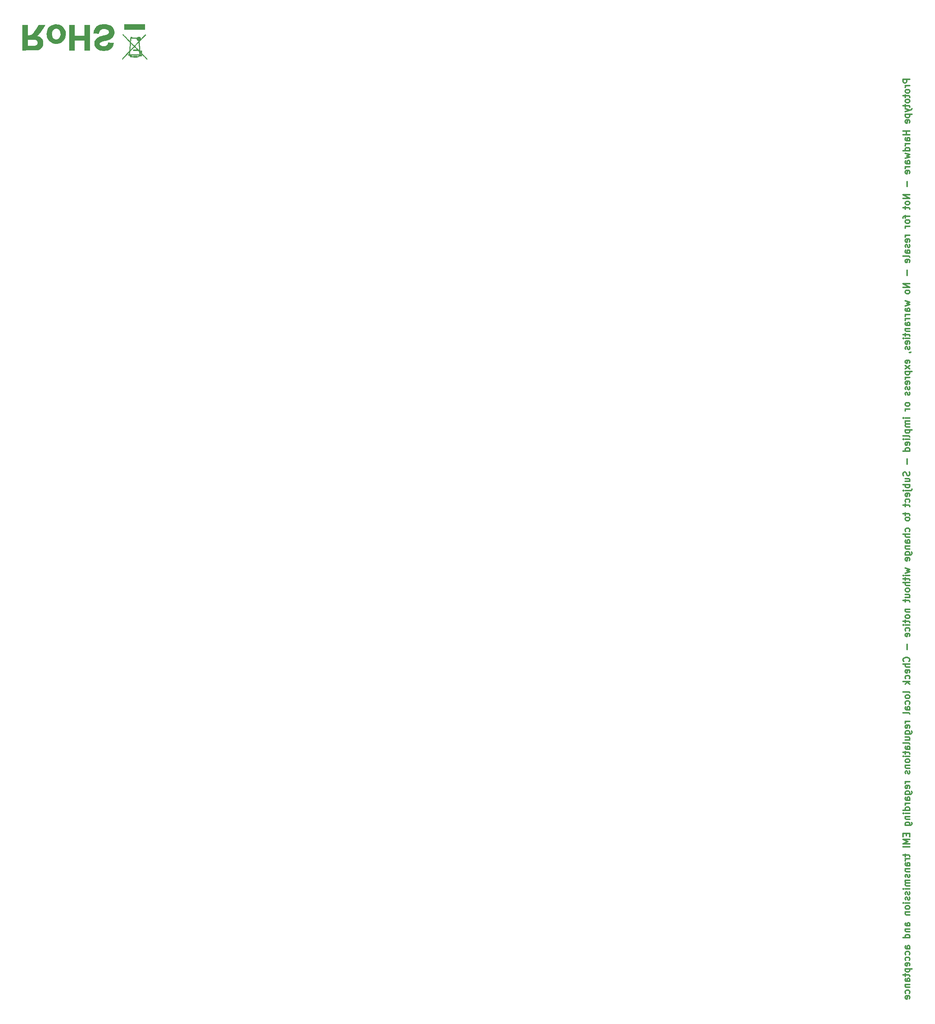
<source format=gbr>
G04 #@! TF.GenerationSoftware,KiCad,Pcbnew,(6.0.0-0)*
G04 #@! TF.CreationDate,2023-11-11T14:38:35+00:00*
G04 #@! TF.ProjectId,rosco_pro_030_proto,726f7363-6f5f-4707-926f-5f3033305f70,p5*
G04 #@! TF.SameCoordinates,Original*
G04 #@! TF.FileFunction,Legend,Bot*
G04 #@! TF.FilePolarity,Positive*
%FSLAX46Y46*%
G04 Gerber Fmt 4.6, Leading zero omitted, Abs format (unit mm)*
G04 Created by KiCad (PCBNEW (6.0.0-0)) date 2023-11-11 14:38:35*
%MOMM*%
%LPD*%
G01*
G04 APERTURE LIST*
%ADD10C,0.300000*%
%ADD11C,0.010000*%
G04 APERTURE END LIST*
D10*
X274778571Y-44428572D02*
X273278571Y-44428572D01*
X273278571Y-45000001D01*
X273350000Y-45142858D01*
X273421428Y-45214286D01*
X273564285Y-45285715D01*
X273778571Y-45285715D01*
X273921428Y-45214286D01*
X273992857Y-45142858D01*
X274064285Y-45000001D01*
X274064285Y-44428572D01*
X274778571Y-45928572D02*
X273778571Y-45928572D01*
X274064285Y-45928572D02*
X273921428Y-46000001D01*
X273850000Y-46071429D01*
X273778571Y-46214286D01*
X273778571Y-46357143D01*
X274778571Y-47071429D02*
X274707142Y-46928572D01*
X274635714Y-46857143D01*
X274492857Y-46785715D01*
X274064285Y-46785715D01*
X273921428Y-46857143D01*
X273850000Y-46928572D01*
X273778571Y-47071429D01*
X273778571Y-47285715D01*
X273850000Y-47428572D01*
X273921428Y-47500001D01*
X274064285Y-47571429D01*
X274492857Y-47571429D01*
X274635714Y-47500001D01*
X274707142Y-47428572D01*
X274778571Y-47285715D01*
X274778571Y-47071429D01*
X273778571Y-48000001D02*
X273778571Y-48571429D01*
X273278571Y-48214286D02*
X274564285Y-48214286D01*
X274707142Y-48285715D01*
X274778571Y-48428572D01*
X274778571Y-48571429D01*
X274778571Y-49285715D02*
X274707142Y-49142858D01*
X274635714Y-49071429D01*
X274492857Y-49000001D01*
X274064285Y-49000001D01*
X273921428Y-49071429D01*
X273850000Y-49142858D01*
X273778571Y-49285715D01*
X273778571Y-49500001D01*
X273850000Y-49642858D01*
X273921428Y-49714286D01*
X274064285Y-49785715D01*
X274492857Y-49785715D01*
X274635714Y-49714286D01*
X274707142Y-49642858D01*
X274778571Y-49500001D01*
X274778571Y-49285715D01*
X273778571Y-50214286D02*
X273778571Y-50785715D01*
X273278571Y-50428572D02*
X274564285Y-50428572D01*
X274707142Y-50500001D01*
X274778571Y-50642858D01*
X274778571Y-50785715D01*
X273778571Y-51142858D02*
X274778571Y-51500001D01*
X273778571Y-51857143D02*
X274778571Y-51500001D01*
X275135714Y-51357143D01*
X275207142Y-51285715D01*
X275278571Y-51142858D01*
X273778571Y-52428572D02*
X275278571Y-52428572D01*
X273850000Y-52428572D02*
X273778571Y-52571429D01*
X273778571Y-52857143D01*
X273850000Y-53000001D01*
X273921428Y-53071429D01*
X274064285Y-53142858D01*
X274492857Y-53142858D01*
X274635714Y-53071429D01*
X274707142Y-53000001D01*
X274778571Y-52857143D01*
X274778571Y-52571429D01*
X274707142Y-52428572D01*
X274707142Y-54357143D02*
X274778571Y-54214286D01*
X274778571Y-53928572D01*
X274707142Y-53785715D01*
X274564285Y-53714286D01*
X273992857Y-53714286D01*
X273850000Y-53785715D01*
X273778571Y-53928572D01*
X273778571Y-54214286D01*
X273850000Y-54357143D01*
X273992857Y-54428572D01*
X274135714Y-54428572D01*
X274278571Y-53714286D01*
X274778571Y-56214286D02*
X273278571Y-56214286D01*
X273992857Y-56214286D02*
X273992857Y-57071429D01*
X274778571Y-57071429D02*
X273278571Y-57071429D01*
X274778571Y-58428572D02*
X273992857Y-58428572D01*
X273850000Y-58357143D01*
X273778571Y-58214286D01*
X273778571Y-57928572D01*
X273850000Y-57785715D01*
X274707142Y-58428572D02*
X274778571Y-58285715D01*
X274778571Y-57928572D01*
X274707142Y-57785715D01*
X274564285Y-57714286D01*
X274421428Y-57714286D01*
X274278571Y-57785715D01*
X274207142Y-57928572D01*
X274207142Y-58285715D01*
X274135714Y-58428572D01*
X274778571Y-59142858D02*
X273778571Y-59142858D01*
X274064285Y-59142858D02*
X273921428Y-59214286D01*
X273850000Y-59285715D01*
X273778571Y-59428572D01*
X273778571Y-59571429D01*
X274778571Y-60714286D02*
X273278571Y-60714286D01*
X274707142Y-60714286D02*
X274778571Y-60571429D01*
X274778571Y-60285715D01*
X274707142Y-60142858D01*
X274635714Y-60071429D01*
X274492857Y-60000001D01*
X274064285Y-60000001D01*
X273921428Y-60071429D01*
X273850000Y-60142858D01*
X273778571Y-60285715D01*
X273778571Y-60571429D01*
X273850000Y-60714286D01*
X273778571Y-61285715D02*
X274778571Y-61571429D01*
X274064285Y-61857143D01*
X274778571Y-62142858D01*
X273778571Y-62428572D01*
X274778571Y-63642858D02*
X273992857Y-63642858D01*
X273850000Y-63571429D01*
X273778571Y-63428572D01*
X273778571Y-63142858D01*
X273850000Y-63000001D01*
X274707142Y-63642858D02*
X274778571Y-63500001D01*
X274778571Y-63142858D01*
X274707142Y-63000001D01*
X274564285Y-62928572D01*
X274421428Y-62928572D01*
X274278571Y-63000001D01*
X274207142Y-63142858D01*
X274207142Y-63500001D01*
X274135714Y-63642858D01*
X274778571Y-64357143D02*
X273778571Y-64357143D01*
X274064285Y-64357143D02*
X273921428Y-64428572D01*
X273850000Y-64500001D01*
X273778571Y-64642858D01*
X273778571Y-64785715D01*
X274707142Y-65857143D02*
X274778571Y-65714286D01*
X274778571Y-65428572D01*
X274707142Y-65285715D01*
X274564285Y-65214286D01*
X273992857Y-65214286D01*
X273850000Y-65285715D01*
X273778571Y-65428572D01*
X273778571Y-65714286D01*
X273850000Y-65857143D01*
X273992857Y-65928572D01*
X274135714Y-65928572D01*
X274278571Y-65214286D01*
X274207142Y-67714286D02*
X274207142Y-68857143D01*
X274778571Y-70714286D02*
X273278571Y-70714286D01*
X274778571Y-71571429D01*
X273278571Y-71571429D01*
X274778571Y-72500001D02*
X274707142Y-72357143D01*
X274635714Y-72285715D01*
X274492857Y-72214286D01*
X274064285Y-72214286D01*
X273921428Y-72285715D01*
X273850000Y-72357143D01*
X273778571Y-72500001D01*
X273778571Y-72714286D01*
X273850000Y-72857143D01*
X273921428Y-72928572D01*
X274064285Y-73000001D01*
X274492857Y-73000001D01*
X274635714Y-72928572D01*
X274707142Y-72857143D01*
X274778571Y-72714286D01*
X274778571Y-72500001D01*
X273778571Y-73428572D02*
X273778571Y-74000001D01*
X273278571Y-73642858D02*
X274564285Y-73642858D01*
X274707142Y-73714286D01*
X274778571Y-73857143D01*
X274778571Y-74000001D01*
X273778571Y-75428572D02*
X273778571Y-76000001D01*
X274778571Y-75642858D02*
X273492857Y-75642858D01*
X273350000Y-75714286D01*
X273278571Y-75857143D01*
X273278571Y-76000001D01*
X274778571Y-76714286D02*
X274707142Y-76571429D01*
X274635714Y-76500001D01*
X274492857Y-76428572D01*
X274064285Y-76428572D01*
X273921428Y-76500001D01*
X273850000Y-76571429D01*
X273778571Y-76714286D01*
X273778571Y-76928572D01*
X273850000Y-77071429D01*
X273921428Y-77142858D01*
X274064285Y-77214286D01*
X274492857Y-77214286D01*
X274635714Y-77142858D01*
X274707142Y-77071429D01*
X274778571Y-76928572D01*
X274778571Y-76714286D01*
X274778571Y-77857143D02*
X273778571Y-77857143D01*
X274064285Y-77857143D02*
X273921428Y-77928572D01*
X273850000Y-78000001D01*
X273778571Y-78142858D01*
X273778571Y-78285715D01*
X274778571Y-79928572D02*
X273778571Y-79928572D01*
X274064285Y-79928572D02*
X273921428Y-80000001D01*
X273850000Y-80071429D01*
X273778571Y-80214286D01*
X273778571Y-80357143D01*
X274707142Y-81428572D02*
X274778571Y-81285715D01*
X274778571Y-81000001D01*
X274707142Y-80857143D01*
X274564285Y-80785715D01*
X273992857Y-80785715D01*
X273850000Y-80857143D01*
X273778571Y-81000001D01*
X273778571Y-81285715D01*
X273850000Y-81428572D01*
X273992857Y-81500001D01*
X274135714Y-81500001D01*
X274278571Y-80785715D01*
X274707142Y-82071429D02*
X274778571Y-82214286D01*
X274778571Y-82500001D01*
X274707142Y-82642858D01*
X274564285Y-82714286D01*
X274492857Y-82714286D01*
X274350000Y-82642858D01*
X274278571Y-82500001D01*
X274278571Y-82285715D01*
X274207142Y-82142858D01*
X274064285Y-82071429D01*
X273992857Y-82071429D01*
X273850000Y-82142858D01*
X273778571Y-82285715D01*
X273778571Y-82500001D01*
X273850000Y-82642858D01*
X274778571Y-84000001D02*
X273992857Y-84000001D01*
X273850000Y-83928572D01*
X273778571Y-83785715D01*
X273778571Y-83500001D01*
X273850000Y-83357143D01*
X274707142Y-84000001D02*
X274778571Y-83857143D01*
X274778571Y-83500001D01*
X274707142Y-83357143D01*
X274564285Y-83285715D01*
X274421428Y-83285715D01*
X274278571Y-83357143D01*
X274207142Y-83500001D01*
X274207142Y-83857143D01*
X274135714Y-84000001D01*
X274778571Y-84928572D02*
X274707142Y-84785715D01*
X274564285Y-84714286D01*
X273278571Y-84714286D01*
X274707142Y-86071429D02*
X274778571Y-85928572D01*
X274778571Y-85642858D01*
X274707142Y-85500001D01*
X274564285Y-85428572D01*
X273992857Y-85428572D01*
X273850000Y-85500001D01*
X273778571Y-85642858D01*
X273778571Y-85928572D01*
X273850000Y-86071429D01*
X273992857Y-86142858D01*
X274135714Y-86142858D01*
X274278571Y-85428572D01*
X274207142Y-87928572D02*
X274207142Y-89071429D01*
X274778571Y-90928572D02*
X273278571Y-90928572D01*
X274778571Y-91785715D01*
X273278571Y-91785715D01*
X274778571Y-92714286D02*
X274707142Y-92571429D01*
X274635714Y-92500001D01*
X274492857Y-92428572D01*
X274064285Y-92428572D01*
X273921428Y-92500001D01*
X273850000Y-92571429D01*
X273778571Y-92714286D01*
X273778571Y-92928572D01*
X273850000Y-93071429D01*
X273921428Y-93142858D01*
X274064285Y-93214286D01*
X274492857Y-93214286D01*
X274635714Y-93142858D01*
X274707142Y-93071429D01*
X274778571Y-92928572D01*
X274778571Y-92714286D01*
X273778571Y-94857143D02*
X274778571Y-95142858D01*
X274064285Y-95428572D01*
X274778571Y-95714286D01*
X273778571Y-96000001D01*
X274778571Y-97214286D02*
X273992857Y-97214286D01*
X273850000Y-97142858D01*
X273778571Y-97000001D01*
X273778571Y-96714286D01*
X273850000Y-96571429D01*
X274707142Y-97214286D02*
X274778571Y-97071429D01*
X274778571Y-96714286D01*
X274707142Y-96571429D01*
X274564285Y-96500001D01*
X274421428Y-96500001D01*
X274278571Y-96571429D01*
X274207142Y-96714286D01*
X274207142Y-97071429D01*
X274135714Y-97214286D01*
X274778571Y-97928572D02*
X273778571Y-97928572D01*
X274064285Y-97928572D02*
X273921428Y-98000001D01*
X273850000Y-98071429D01*
X273778571Y-98214286D01*
X273778571Y-98357143D01*
X274778571Y-98857143D02*
X273778571Y-98857143D01*
X274064285Y-98857143D02*
X273921428Y-98928572D01*
X273850000Y-99000001D01*
X273778571Y-99142858D01*
X273778571Y-99285715D01*
X274778571Y-100428572D02*
X273992857Y-100428572D01*
X273850000Y-100357143D01*
X273778571Y-100214286D01*
X273778571Y-99928572D01*
X273850000Y-99785715D01*
X274707142Y-100428572D02*
X274778571Y-100285715D01*
X274778571Y-99928572D01*
X274707142Y-99785715D01*
X274564285Y-99714286D01*
X274421428Y-99714286D01*
X274278571Y-99785715D01*
X274207142Y-99928572D01*
X274207142Y-100285715D01*
X274135714Y-100428572D01*
X273778571Y-101142858D02*
X274778571Y-101142858D01*
X273921428Y-101142858D02*
X273850000Y-101214286D01*
X273778571Y-101357143D01*
X273778571Y-101571429D01*
X273850000Y-101714286D01*
X273992857Y-101785715D01*
X274778571Y-101785715D01*
X273778571Y-102285715D02*
X273778571Y-102857143D01*
X273278571Y-102500001D02*
X274564285Y-102500001D01*
X274707142Y-102571429D01*
X274778571Y-102714286D01*
X274778571Y-102857143D01*
X274778571Y-103357143D02*
X273778571Y-103357143D01*
X273278571Y-103357143D02*
X273350000Y-103285715D01*
X273421428Y-103357143D01*
X273350000Y-103428572D01*
X273278571Y-103357143D01*
X273421428Y-103357143D01*
X274707142Y-104642858D02*
X274778571Y-104500001D01*
X274778571Y-104214286D01*
X274707142Y-104071429D01*
X274564285Y-104000001D01*
X273992857Y-104000001D01*
X273850000Y-104071429D01*
X273778571Y-104214286D01*
X273778571Y-104500001D01*
X273850000Y-104642858D01*
X273992857Y-104714286D01*
X274135714Y-104714286D01*
X274278571Y-104000001D01*
X274707142Y-105285715D02*
X274778571Y-105428572D01*
X274778571Y-105714286D01*
X274707142Y-105857143D01*
X274564285Y-105928572D01*
X274492857Y-105928572D01*
X274350000Y-105857143D01*
X274278571Y-105714286D01*
X274278571Y-105500001D01*
X274207142Y-105357143D01*
X274064285Y-105285715D01*
X273992857Y-105285715D01*
X273850000Y-105357143D01*
X273778571Y-105500001D01*
X273778571Y-105714286D01*
X273850000Y-105857143D01*
X274707142Y-106642858D02*
X274778571Y-106642858D01*
X274921428Y-106571429D01*
X274992857Y-106500001D01*
X274707142Y-109000001D02*
X274778571Y-108857143D01*
X274778571Y-108571429D01*
X274707142Y-108428572D01*
X274564285Y-108357143D01*
X273992857Y-108357143D01*
X273850000Y-108428572D01*
X273778571Y-108571429D01*
X273778571Y-108857143D01*
X273850000Y-109000001D01*
X273992857Y-109071429D01*
X274135714Y-109071429D01*
X274278571Y-108357143D01*
X274778571Y-109571429D02*
X273778571Y-110357143D01*
X273778571Y-109571429D02*
X274778571Y-110357143D01*
X273778571Y-110928572D02*
X275278571Y-110928572D01*
X273850000Y-110928572D02*
X273778571Y-111071429D01*
X273778571Y-111357143D01*
X273850000Y-111500001D01*
X273921428Y-111571429D01*
X274064285Y-111642858D01*
X274492857Y-111642858D01*
X274635714Y-111571429D01*
X274707142Y-111500001D01*
X274778571Y-111357143D01*
X274778571Y-111071429D01*
X274707142Y-110928572D01*
X274778571Y-112285715D02*
X273778571Y-112285715D01*
X274064285Y-112285715D02*
X273921428Y-112357143D01*
X273850000Y-112428572D01*
X273778571Y-112571429D01*
X273778571Y-112714286D01*
X274707142Y-113785715D02*
X274778571Y-113642858D01*
X274778571Y-113357143D01*
X274707142Y-113214286D01*
X274564285Y-113142858D01*
X273992857Y-113142858D01*
X273850000Y-113214286D01*
X273778571Y-113357143D01*
X273778571Y-113642858D01*
X273850000Y-113785715D01*
X273992857Y-113857143D01*
X274135714Y-113857143D01*
X274278571Y-113142858D01*
X274707142Y-114428572D02*
X274778571Y-114571429D01*
X274778571Y-114857143D01*
X274707142Y-115000001D01*
X274564285Y-115071429D01*
X274492857Y-115071429D01*
X274350000Y-115000001D01*
X274278571Y-114857143D01*
X274278571Y-114642858D01*
X274207142Y-114500001D01*
X274064285Y-114428572D01*
X273992857Y-114428572D01*
X273850000Y-114500001D01*
X273778571Y-114642858D01*
X273778571Y-114857143D01*
X273850000Y-115000001D01*
X274707142Y-115642858D02*
X274778571Y-115785715D01*
X274778571Y-116071429D01*
X274707142Y-116214286D01*
X274564285Y-116285715D01*
X274492857Y-116285715D01*
X274350000Y-116214286D01*
X274278571Y-116071429D01*
X274278571Y-115857143D01*
X274207142Y-115714286D01*
X274064285Y-115642858D01*
X273992857Y-115642858D01*
X273850000Y-115714286D01*
X273778571Y-115857143D01*
X273778571Y-116071429D01*
X273850000Y-116214286D01*
X274778571Y-118285715D02*
X274707142Y-118142858D01*
X274635714Y-118071429D01*
X274492857Y-118000001D01*
X274064285Y-118000001D01*
X273921428Y-118071429D01*
X273850000Y-118142858D01*
X273778571Y-118285715D01*
X273778571Y-118500001D01*
X273850000Y-118642858D01*
X273921428Y-118714286D01*
X274064285Y-118785715D01*
X274492857Y-118785715D01*
X274635714Y-118714286D01*
X274707142Y-118642858D01*
X274778571Y-118500001D01*
X274778571Y-118285715D01*
X274778571Y-119428572D02*
X273778571Y-119428572D01*
X274064285Y-119428572D02*
X273921428Y-119500001D01*
X273850000Y-119571429D01*
X273778571Y-119714286D01*
X273778571Y-119857143D01*
X274778571Y-121500001D02*
X273778571Y-121500001D01*
X273278571Y-121500001D02*
X273350000Y-121428572D01*
X273421428Y-121500001D01*
X273350000Y-121571429D01*
X273278571Y-121500001D01*
X273421428Y-121500001D01*
X274778571Y-122214286D02*
X273778571Y-122214286D01*
X273921428Y-122214286D02*
X273850000Y-122285715D01*
X273778571Y-122428572D01*
X273778571Y-122642858D01*
X273850000Y-122785715D01*
X273992857Y-122857143D01*
X274778571Y-122857143D01*
X273992857Y-122857143D02*
X273850000Y-122928572D01*
X273778571Y-123071429D01*
X273778571Y-123285715D01*
X273850000Y-123428572D01*
X273992857Y-123500001D01*
X274778571Y-123500001D01*
X273778571Y-124214286D02*
X275278571Y-124214286D01*
X273850000Y-124214286D02*
X273778571Y-124357143D01*
X273778571Y-124642858D01*
X273850000Y-124785715D01*
X273921428Y-124857143D01*
X274064285Y-124928572D01*
X274492857Y-124928572D01*
X274635714Y-124857143D01*
X274707142Y-124785715D01*
X274778571Y-124642858D01*
X274778571Y-124357143D01*
X274707142Y-124214286D01*
X274778571Y-125785715D02*
X274707142Y-125642858D01*
X274564285Y-125571429D01*
X273278571Y-125571429D01*
X274778571Y-126357143D02*
X273778571Y-126357143D01*
X273278571Y-126357143D02*
X273350000Y-126285715D01*
X273421428Y-126357143D01*
X273350000Y-126428572D01*
X273278571Y-126357143D01*
X273421428Y-126357143D01*
X274707142Y-127642858D02*
X274778571Y-127500001D01*
X274778571Y-127214286D01*
X274707142Y-127071429D01*
X274564285Y-127000001D01*
X273992857Y-127000001D01*
X273850000Y-127071429D01*
X273778571Y-127214286D01*
X273778571Y-127500001D01*
X273850000Y-127642858D01*
X273992857Y-127714286D01*
X274135714Y-127714286D01*
X274278571Y-127000001D01*
X274778571Y-129000001D02*
X273278571Y-129000001D01*
X274707142Y-129000001D02*
X274778571Y-128857143D01*
X274778571Y-128571429D01*
X274707142Y-128428572D01*
X274635714Y-128357143D01*
X274492857Y-128285715D01*
X274064285Y-128285715D01*
X273921428Y-128357143D01*
X273850000Y-128428572D01*
X273778571Y-128571429D01*
X273778571Y-128857143D01*
X273850000Y-129000001D01*
X274207142Y-130857143D02*
X274207142Y-132000001D01*
X274707142Y-133785715D02*
X274778571Y-134000001D01*
X274778571Y-134357143D01*
X274707142Y-134500001D01*
X274635714Y-134571429D01*
X274492857Y-134642858D01*
X274350000Y-134642858D01*
X274207142Y-134571429D01*
X274135714Y-134500001D01*
X274064285Y-134357143D01*
X273992857Y-134071429D01*
X273921428Y-133928572D01*
X273850000Y-133857143D01*
X273707142Y-133785715D01*
X273564285Y-133785715D01*
X273421428Y-133857143D01*
X273350000Y-133928572D01*
X273278571Y-134071429D01*
X273278571Y-134428572D01*
X273350000Y-134642858D01*
X273778571Y-135928572D02*
X274778571Y-135928572D01*
X273778571Y-135285715D02*
X274564285Y-135285715D01*
X274707142Y-135357143D01*
X274778571Y-135500001D01*
X274778571Y-135714286D01*
X274707142Y-135857143D01*
X274635714Y-135928572D01*
X274778571Y-136642858D02*
X273278571Y-136642858D01*
X273850000Y-136642858D02*
X273778571Y-136785715D01*
X273778571Y-137071429D01*
X273850000Y-137214286D01*
X273921428Y-137285715D01*
X274064285Y-137357143D01*
X274492857Y-137357143D01*
X274635714Y-137285715D01*
X274707142Y-137214286D01*
X274778571Y-137071429D01*
X274778571Y-136785715D01*
X274707142Y-136642858D01*
X273778571Y-138000001D02*
X275064285Y-138000001D01*
X275207142Y-137928572D01*
X275278571Y-137785715D01*
X275278571Y-137714286D01*
X273278571Y-138000001D02*
X273350000Y-137928572D01*
X273421428Y-138000001D01*
X273350000Y-138071429D01*
X273278571Y-138000001D01*
X273421428Y-138000001D01*
X274707142Y-139285715D02*
X274778571Y-139142858D01*
X274778571Y-138857143D01*
X274707142Y-138714286D01*
X274564285Y-138642858D01*
X273992857Y-138642858D01*
X273850000Y-138714286D01*
X273778571Y-138857143D01*
X273778571Y-139142858D01*
X273850000Y-139285715D01*
X273992857Y-139357143D01*
X274135714Y-139357143D01*
X274278571Y-138642858D01*
X274707142Y-140642858D02*
X274778571Y-140500001D01*
X274778571Y-140214286D01*
X274707142Y-140071429D01*
X274635714Y-140000001D01*
X274492857Y-139928572D01*
X274064285Y-139928572D01*
X273921428Y-140000001D01*
X273850000Y-140071429D01*
X273778571Y-140214286D01*
X273778571Y-140500001D01*
X273850000Y-140642858D01*
X273778571Y-141071429D02*
X273778571Y-141642858D01*
X273278571Y-141285715D02*
X274564285Y-141285715D01*
X274707142Y-141357143D01*
X274778571Y-141500001D01*
X274778571Y-141642858D01*
X273778571Y-143071429D02*
X273778571Y-143642858D01*
X273278571Y-143285715D02*
X274564285Y-143285715D01*
X274707142Y-143357143D01*
X274778571Y-143500001D01*
X274778571Y-143642858D01*
X274778571Y-144357143D02*
X274707142Y-144214286D01*
X274635714Y-144142858D01*
X274492857Y-144071429D01*
X274064285Y-144071429D01*
X273921428Y-144142858D01*
X273850000Y-144214286D01*
X273778571Y-144357143D01*
X273778571Y-144571429D01*
X273850000Y-144714286D01*
X273921428Y-144785715D01*
X274064285Y-144857143D01*
X274492857Y-144857143D01*
X274635714Y-144785715D01*
X274707142Y-144714286D01*
X274778571Y-144571429D01*
X274778571Y-144357143D01*
X274707142Y-147285715D02*
X274778571Y-147142858D01*
X274778571Y-146857143D01*
X274707142Y-146714286D01*
X274635714Y-146642858D01*
X274492857Y-146571429D01*
X274064285Y-146571429D01*
X273921428Y-146642858D01*
X273850000Y-146714286D01*
X273778571Y-146857143D01*
X273778571Y-147142858D01*
X273850000Y-147285715D01*
X274778571Y-147928572D02*
X273278571Y-147928572D01*
X274778571Y-148571429D02*
X273992857Y-148571429D01*
X273850000Y-148500001D01*
X273778571Y-148357143D01*
X273778571Y-148142858D01*
X273850000Y-148000001D01*
X273921428Y-147928572D01*
X274778571Y-149928572D02*
X273992857Y-149928572D01*
X273850000Y-149857143D01*
X273778571Y-149714286D01*
X273778571Y-149428572D01*
X273850000Y-149285715D01*
X274707142Y-149928572D02*
X274778571Y-149785715D01*
X274778571Y-149428572D01*
X274707142Y-149285715D01*
X274564285Y-149214286D01*
X274421428Y-149214286D01*
X274278571Y-149285715D01*
X274207142Y-149428572D01*
X274207142Y-149785715D01*
X274135714Y-149928572D01*
X273778571Y-150642858D02*
X274778571Y-150642858D01*
X273921428Y-150642858D02*
X273850000Y-150714286D01*
X273778571Y-150857143D01*
X273778571Y-151071429D01*
X273850000Y-151214286D01*
X273992857Y-151285715D01*
X274778571Y-151285715D01*
X273778571Y-152642858D02*
X274992857Y-152642858D01*
X275135714Y-152571429D01*
X275207142Y-152500001D01*
X275278571Y-152357143D01*
X275278571Y-152142858D01*
X275207142Y-152000001D01*
X274707142Y-152642858D02*
X274778571Y-152500001D01*
X274778571Y-152214286D01*
X274707142Y-152071429D01*
X274635714Y-152000001D01*
X274492857Y-151928572D01*
X274064285Y-151928572D01*
X273921428Y-152000001D01*
X273850000Y-152071429D01*
X273778571Y-152214286D01*
X273778571Y-152500001D01*
X273850000Y-152642858D01*
X274707142Y-153928572D02*
X274778571Y-153785715D01*
X274778571Y-153500001D01*
X274707142Y-153357143D01*
X274564285Y-153285715D01*
X273992857Y-153285715D01*
X273850000Y-153357143D01*
X273778571Y-153500001D01*
X273778571Y-153785715D01*
X273850000Y-153928572D01*
X273992857Y-154000001D01*
X274135714Y-154000001D01*
X274278571Y-153285715D01*
X273778571Y-155642858D02*
X274778571Y-155928572D01*
X274064285Y-156214286D01*
X274778571Y-156500001D01*
X273778571Y-156785715D01*
X274778571Y-157357143D02*
X273778571Y-157357143D01*
X273278571Y-157357143D02*
X273350000Y-157285715D01*
X273421428Y-157357143D01*
X273350000Y-157428572D01*
X273278571Y-157357143D01*
X273421428Y-157357143D01*
X273778571Y-157857143D02*
X273778571Y-158428572D01*
X273278571Y-158071429D02*
X274564285Y-158071429D01*
X274707142Y-158142858D01*
X274778571Y-158285715D01*
X274778571Y-158428572D01*
X274778571Y-158928572D02*
X273278571Y-158928572D01*
X274778571Y-159571429D02*
X273992857Y-159571429D01*
X273850000Y-159500001D01*
X273778571Y-159357143D01*
X273778571Y-159142858D01*
X273850000Y-159000001D01*
X273921428Y-158928572D01*
X274778571Y-160500001D02*
X274707142Y-160357143D01*
X274635714Y-160285715D01*
X274492857Y-160214286D01*
X274064285Y-160214286D01*
X273921428Y-160285715D01*
X273850000Y-160357143D01*
X273778571Y-160500001D01*
X273778571Y-160714286D01*
X273850000Y-160857143D01*
X273921428Y-160928572D01*
X274064285Y-161000001D01*
X274492857Y-161000001D01*
X274635714Y-160928572D01*
X274707142Y-160857143D01*
X274778571Y-160714286D01*
X274778571Y-160500001D01*
X273778571Y-162285715D02*
X274778571Y-162285715D01*
X273778571Y-161642858D02*
X274564285Y-161642858D01*
X274707142Y-161714286D01*
X274778571Y-161857143D01*
X274778571Y-162071429D01*
X274707142Y-162214286D01*
X274635714Y-162285715D01*
X273778571Y-162785715D02*
X273778571Y-163357143D01*
X273278571Y-163000001D02*
X274564285Y-163000001D01*
X274707142Y-163071429D01*
X274778571Y-163214286D01*
X274778571Y-163357143D01*
X273778571Y-165000001D02*
X274778571Y-165000001D01*
X273921428Y-165000001D02*
X273850000Y-165071429D01*
X273778571Y-165214286D01*
X273778571Y-165428572D01*
X273850000Y-165571429D01*
X273992857Y-165642858D01*
X274778571Y-165642858D01*
X274778571Y-166571429D02*
X274707142Y-166428572D01*
X274635714Y-166357143D01*
X274492857Y-166285715D01*
X274064285Y-166285715D01*
X273921428Y-166357143D01*
X273850000Y-166428572D01*
X273778571Y-166571429D01*
X273778571Y-166785715D01*
X273850000Y-166928572D01*
X273921428Y-167000001D01*
X274064285Y-167071429D01*
X274492857Y-167071429D01*
X274635714Y-167000001D01*
X274707142Y-166928572D01*
X274778571Y-166785715D01*
X274778571Y-166571429D01*
X273778571Y-167500001D02*
X273778571Y-168071429D01*
X273278571Y-167714286D02*
X274564285Y-167714286D01*
X274707142Y-167785715D01*
X274778571Y-167928572D01*
X274778571Y-168071429D01*
X274778571Y-168571429D02*
X273778571Y-168571429D01*
X273278571Y-168571429D02*
X273350000Y-168500001D01*
X273421428Y-168571429D01*
X273350000Y-168642858D01*
X273278571Y-168571429D01*
X273421428Y-168571429D01*
X274707142Y-169928572D02*
X274778571Y-169785715D01*
X274778571Y-169500001D01*
X274707142Y-169357143D01*
X274635714Y-169285715D01*
X274492857Y-169214286D01*
X274064285Y-169214286D01*
X273921428Y-169285715D01*
X273850000Y-169357143D01*
X273778571Y-169500001D01*
X273778571Y-169785715D01*
X273850000Y-169928572D01*
X274707142Y-171142858D02*
X274778571Y-171000001D01*
X274778571Y-170714286D01*
X274707142Y-170571429D01*
X274564285Y-170500001D01*
X273992857Y-170500001D01*
X273850000Y-170571429D01*
X273778571Y-170714286D01*
X273778571Y-171000001D01*
X273850000Y-171142858D01*
X273992857Y-171214286D01*
X274135714Y-171214286D01*
X274278571Y-170500001D01*
X274207142Y-173000001D02*
X274207142Y-174142858D01*
X274635714Y-176857143D02*
X274707142Y-176785715D01*
X274778571Y-176571429D01*
X274778571Y-176428572D01*
X274707142Y-176214286D01*
X274564285Y-176071429D01*
X274421428Y-176000001D01*
X274135714Y-175928572D01*
X273921428Y-175928572D01*
X273635714Y-176000001D01*
X273492857Y-176071429D01*
X273350000Y-176214286D01*
X273278571Y-176428572D01*
X273278571Y-176571429D01*
X273350000Y-176785715D01*
X273421428Y-176857143D01*
X274778571Y-177500001D02*
X273278571Y-177500001D01*
X274778571Y-178142858D02*
X273992857Y-178142858D01*
X273850000Y-178071429D01*
X273778571Y-177928572D01*
X273778571Y-177714286D01*
X273850000Y-177571429D01*
X273921428Y-177500001D01*
X274707142Y-179428572D02*
X274778571Y-179285715D01*
X274778571Y-179000001D01*
X274707142Y-178857143D01*
X274564285Y-178785715D01*
X273992857Y-178785715D01*
X273850000Y-178857143D01*
X273778571Y-179000001D01*
X273778571Y-179285715D01*
X273850000Y-179428572D01*
X273992857Y-179500001D01*
X274135714Y-179500001D01*
X274278571Y-178785715D01*
X274707142Y-180785715D02*
X274778571Y-180642858D01*
X274778571Y-180357143D01*
X274707142Y-180214286D01*
X274635714Y-180142858D01*
X274492857Y-180071429D01*
X274064285Y-180071429D01*
X273921428Y-180142858D01*
X273850000Y-180214286D01*
X273778571Y-180357143D01*
X273778571Y-180642858D01*
X273850000Y-180785715D01*
X274778571Y-181428572D02*
X273278571Y-181428572D01*
X274207142Y-181571429D02*
X274778571Y-182000001D01*
X273778571Y-182000001D02*
X274350000Y-181428572D01*
X274778571Y-184000001D02*
X274707142Y-183857143D01*
X274564285Y-183785715D01*
X273278571Y-183785715D01*
X274778571Y-184785715D02*
X274707142Y-184642858D01*
X274635714Y-184571429D01*
X274492857Y-184500001D01*
X274064285Y-184500001D01*
X273921428Y-184571429D01*
X273850000Y-184642858D01*
X273778571Y-184785715D01*
X273778571Y-185000001D01*
X273850000Y-185142858D01*
X273921428Y-185214286D01*
X274064285Y-185285715D01*
X274492857Y-185285715D01*
X274635714Y-185214286D01*
X274707142Y-185142858D01*
X274778571Y-185000001D01*
X274778571Y-184785715D01*
X274707142Y-186571429D02*
X274778571Y-186428572D01*
X274778571Y-186142858D01*
X274707142Y-186000001D01*
X274635714Y-185928572D01*
X274492857Y-185857143D01*
X274064285Y-185857143D01*
X273921428Y-185928572D01*
X273850000Y-186000001D01*
X273778571Y-186142858D01*
X273778571Y-186428572D01*
X273850000Y-186571429D01*
X274778571Y-187857143D02*
X273992857Y-187857143D01*
X273850000Y-187785715D01*
X273778571Y-187642858D01*
X273778571Y-187357143D01*
X273850000Y-187214286D01*
X274707142Y-187857143D02*
X274778571Y-187714286D01*
X274778571Y-187357143D01*
X274707142Y-187214286D01*
X274564285Y-187142858D01*
X274421428Y-187142858D01*
X274278571Y-187214286D01*
X274207142Y-187357143D01*
X274207142Y-187714286D01*
X274135714Y-187857143D01*
X274778571Y-188785715D02*
X274707142Y-188642858D01*
X274564285Y-188571429D01*
X273278571Y-188571429D01*
X274778571Y-190500001D02*
X273778571Y-190500001D01*
X274064285Y-190500001D02*
X273921428Y-190571429D01*
X273850000Y-190642858D01*
X273778571Y-190785715D01*
X273778571Y-190928572D01*
X274707142Y-192000001D02*
X274778571Y-191857143D01*
X274778571Y-191571429D01*
X274707142Y-191428572D01*
X274564285Y-191357143D01*
X273992857Y-191357143D01*
X273850000Y-191428572D01*
X273778571Y-191571429D01*
X273778571Y-191857143D01*
X273850000Y-192000001D01*
X273992857Y-192071429D01*
X274135714Y-192071429D01*
X274278571Y-191357143D01*
X273778571Y-193357143D02*
X274992857Y-193357143D01*
X275135714Y-193285715D01*
X275207142Y-193214286D01*
X275278571Y-193071429D01*
X275278571Y-192857143D01*
X275207142Y-192714286D01*
X274707142Y-193357143D02*
X274778571Y-193214286D01*
X274778571Y-192928572D01*
X274707142Y-192785715D01*
X274635714Y-192714286D01*
X274492857Y-192642858D01*
X274064285Y-192642858D01*
X273921428Y-192714286D01*
X273850000Y-192785715D01*
X273778571Y-192928572D01*
X273778571Y-193214286D01*
X273850000Y-193357143D01*
X273778571Y-194714286D02*
X274778571Y-194714286D01*
X273778571Y-194071429D02*
X274564285Y-194071429D01*
X274707142Y-194142858D01*
X274778571Y-194285715D01*
X274778571Y-194500001D01*
X274707142Y-194642858D01*
X274635714Y-194714286D01*
X274778571Y-195642858D02*
X274707142Y-195500001D01*
X274564285Y-195428572D01*
X273278571Y-195428572D01*
X274778571Y-196857143D02*
X273992857Y-196857143D01*
X273850000Y-196785715D01*
X273778571Y-196642858D01*
X273778571Y-196357143D01*
X273850000Y-196214286D01*
X274707142Y-196857143D02*
X274778571Y-196714286D01*
X274778571Y-196357143D01*
X274707142Y-196214286D01*
X274564285Y-196142858D01*
X274421428Y-196142858D01*
X274278571Y-196214286D01*
X274207142Y-196357143D01*
X274207142Y-196714286D01*
X274135714Y-196857143D01*
X273778571Y-197357143D02*
X273778571Y-197928572D01*
X273278571Y-197571429D02*
X274564285Y-197571429D01*
X274707142Y-197642858D01*
X274778571Y-197785715D01*
X274778571Y-197928572D01*
X274778571Y-198428572D02*
X273778571Y-198428572D01*
X273278571Y-198428572D02*
X273350000Y-198357143D01*
X273421428Y-198428572D01*
X273350000Y-198500001D01*
X273278571Y-198428572D01*
X273421428Y-198428572D01*
X274778571Y-199357143D02*
X274707142Y-199214286D01*
X274635714Y-199142858D01*
X274492857Y-199071429D01*
X274064285Y-199071429D01*
X273921428Y-199142858D01*
X273850000Y-199214286D01*
X273778571Y-199357143D01*
X273778571Y-199571429D01*
X273850000Y-199714286D01*
X273921428Y-199785715D01*
X274064285Y-199857143D01*
X274492857Y-199857143D01*
X274635714Y-199785715D01*
X274707142Y-199714286D01*
X274778571Y-199571429D01*
X274778571Y-199357143D01*
X273778571Y-200500001D02*
X274778571Y-200500001D01*
X273921428Y-200500001D02*
X273850000Y-200571429D01*
X273778571Y-200714286D01*
X273778571Y-200928572D01*
X273850000Y-201071429D01*
X273992857Y-201142858D01*
X274778571Y-201142858D01*
X274707142Y-201785715D02*
X274778571Y-201928572D01*
X274778571Y-202214286D01*
X274707142Y-202357143D01*
X274564285Y-202428572D01*
X274492857Y-202428572D01*
X274350000Y-202357143D01*
X274278571Y-202214286D01*
X274278571Y-202000001D01*
X274207142Y-201857143D01*
X274064285Y-201785715D01*
X273992857Y-201785715D01*
X273850000Y-201857143D01*
X273778571Y-202000001D01*
X273778571Y-202214286D01*
X273850000Y-202357143D01*
X274778571Y-204214286D02*
X273778571Y-204214286D01*
X274064285Y-204214286D02*
X273921428Y-204285715D01*
X273850000Y-204357143D01*
X273778571Y-204500001D01*
X273778571Y-204642858D01*
X274707142Y-205714286D02*
X274778571Y-205571429D01*
X274778571Y-205285715D01*
X274707142Y-205142858D01*
X274564285Y-205071429D01*
X273992857Y-205071429D01*
X273850000Y-205142858D01*
X273778571Y-205285715D01*
X273778571Y-205571429D01*
X273850000Y-205714286D01*
X273992857Y-205785715D01*
X274135714Y-205785715D01*
X274278571Y-205071429D01*
X273778571Y-207071429D02*
X274992857Y-207071429D01*
X275135714Y-207000001D01*
X275207142Y-206928572D01*
X275278571Y-206785715D01*
X275278571Y-206571429D01*
X275207142Y-206428572D01*
X274707142Y-207071429D02*
X274778571Y-206928572D01*
X274778571Y-206642858D01*
X274707142Y-206500001D01*
X274635714Y-206428572D01*
X274492857Y-206357143D01*
X274064285Y-206357143D01*
X273921428Y-206428572D01*
X273850000Y-206500001D01*
X273778571Y-206642858D01*
X273778571Y-206928572D01*
X273850000Y-207071429D01*
X274778571Y-208428572D02*
X273992857Y-208428572D01*
X273850000Y-208357143D01*
X273778571Y-208214286D01*
X273778571Y-207928572D01*
X273850000Y-207785715D01*
X274707142Y-208428572D02*
X274778571Y-208285715D01*
X274778571Y-207928572D01*
X274707142Y-207785715D01*
X274564285Y-207714286D01*
X274421428Y-207714286D01*
X274278571Y-207785715D01*
X274207142Y-207928572D01*
X274207142Y-208285715D01*
X274135714Y-208428572D01*
X274778571Y-209142858D02*
X273778571Y-209142858D01*
X274064285Y-209142858D02*
X273921428Y-209214286D01*
X273850000Y-209285715D01*
X273778571Y-209428572D01*
X273778571Y-209571429D01*
X274778571Y-210714286D02*
X273278571Y-210714286D01*
X274707142Y-210714286D02*
X274778571Y-210571429D01*
X274778571Y-210285715D01*
X274707142Y-210142858D01*
X274635714Y-210071429D01*
X274492857Y-210000001D01*
X274064285Y-210000001D01*
X273921428Y-210071429D01*
X273850000Y-210142858D01*
X273778571Y-210285715D01*
X273778571Y-210571429D01*
X273850000Y-210714286D01*
X274778571Y-211428572D02*
X273778571Y-211428572D01*
X273278571Y-211428572D02*
X273350000Y-211357143D01*
X273421428Y-211428572D01*
X273350000Y-211500001D01*
X273278571Y-211428572D01*
X273421428Y-211428572D01*
X273778571Y-212142858D02*
X274778571Y-212142858D01*
X273921428Y-212142858D02*
X273850000Y-212214286D01*
X273778571Y-212357143D01*
X273778571Y-212571429D01*
X273850000Y-212714286D01*
X273992857Y-212785715D01*
X274778571Y-212785715D01*
X273778571Y-214142858D02*
X274992857Y-214142858D01*
X275135714Y-214071429D01*
X275207142Y-214000001D01*
X275278571Y-213857143D01*
X275278571Y-213642858D01*
X275207142Y-213500001D01*
X274707142Y-214142858D02*
X274778571Y-214000001D01*
X274778571Y-213714286D01*
X274707142Y-213571429D01*
X274635714Y-213500001D01*
X274492857Y-213428572D01*
X274064285Y-213428572D01*
X273921428Y-213500001D01*
X273850000Y-213571429D01*
X273778571Y-213714286D01*
X273778571Y-214000001D01*
X273850000Y-214142858D01*
X273992857Y-216000001D02*
X273992857Y-216500001D01*
X274778571Y-216714286D02*
X274778571Y-216000001D01*
X273278571Y-216000001D01*
X273278571Y-216714286D01*
X274778571Y-217357143D02*
X273278571Y-217357143D01*
X274350000Y-217857143D01*
X273278571Y-218357143D01*
X274778571Y-218357143D01*
X274778571Y-219071429D02*
X273278571Y-219071429D01*
X273778571Y-220714286D02*
X273778571Y-221285715D01*
X273278571Y-220928572D02*
X274564285Y-220928572D01*
X274707142Y-221000001D01*
X274778571Y-221142858D01*
X274778571Y-221285715D01*
X274778571Y-221785715D02*
X273778571Y-221785715D01*
X274064285Y-221785715D02*
X273921428Y-221857143D01*
X273850000Y-221928572D01*
X273778571Y-222071429D01*
X273778571Y-222214286D01*
X274778571Y-223357143D02*
X273992857Y-223357143D01*
X273850000Y-223285715D01*
X273778571Y-223142858D01*
X273778571Y-222857143D01*
X273850000Y-222714286D01*
X274707142Y-223357143D02*
X274778571Y-223214286D01*
X274778571Y-222857143D01*
X274707142Y-222714286D01*
X274564285Y-222642858D01*
X274421428Y-222642858D01*
X274278571Y-222714286D01*
X274207142Y-222857143D01*
X274207142Y-223214286D01*
X274135714Y-223357143D01*
X273778571Y-224071429D02*
X274778571Y-224071429D01*
X273921428Y-224071429D02*
X273850000Y-224142858D01*
X273778571Y-224285715D01*
X273778571Y-224500001D01*
X273850000Y-224642858D01*
X273992857Y-224714286D01*
X274778571Y-224714286D01*
X274707142Y-225357143D02*
X274778571Y-225500001D01*
X274778571Y-225785715D01*
X274707142Y-225928572D01*
X274564285Y-226000001D01*
X274492857Y-226000001D01*
X274350000Y-225928572D01*
X274278571Y-225785715D01*
X274278571Y-225571429D01*
X274207142Y-225428572D01*
X274064285Y-225357143D01*
X273992857Y-225357143D01*
X273850000Y-225428572D01*
X273778571Y-225571429D01*
X273778571Y-225785715D01*
X273850000Y-225928572D01*
X274778571Y-226642858D02*
X273778571Y-226642858D01*
X273921428Y-226642858D02*
X273850000Y-226714286D01*
X273778571Y-226857143D01*
X273778571Y-227071429D01*
X273850000Y-227214286D01*
X273992857Y-227285715D01*
X274778571Y-227285715D01*
X273992857Y-227285715D02*
X273850000Y-227357143D01*
X273778571Y-227500001D01*
X273778571Y-227714286D01*
X273850000Y-227857143D01*
X273992857Y-227928572D01*
X274778571Y-227928572D01*
X274778571Y-228642858D02*
X273778571Y-228642858D01*
X273278571Y-228642858D02*
X273350000Y-228571429D01*
X273421428Y-228642858D01*
X273350000Y-228714286D01*
X273278571Y-228642858D01*
X273421428Y-228642858D01*
X274707142Y-229285715D02*
X274778571Y-229428572D01*
X274778571Y-229714286D01*
X274707142Y-229857143D01*
X274564285Y-229928572D01*
X274492857Y-229928572D01*
X274350000Y-229857143D01*
X274278571Y-229714286D01*
X274278571Y-229500001D01*
X274207142Y-229357143D01*
X274064285Y-229285715D01*
X273992857Y-229285715D01*
X273850000Y-229357143D01*
X273778571Y-229500001D01*
X273778571Y-229714286D01*
X273850000Y-229857143D01*
X274707142Y-230500001D02*
X274778571Y-230642858D01*
X274778571Y-230928572D01*
X274707142Y-231071429D01*
X274564285Y-231142858D01*
X274492857Y-231142858D01*
X274350000Y-231071429D01*
X274278571Y-230928572D01*
X274278571Y-230714286D01*
X274207142Y-230571429D01*
X274064285Y-230500001D01*
X273992857Y-230500001D01*
X273850000Y-230571429D01*
X273778571Y-230714286D01*
X273778571Y-230928572D01*
X273850000Y-231071429D01*
X274778571Y-231785715D02*
X273778571Y-231785715D01*
X273278571Y-231785715D02*
X273350000Y-231714286D01*
X273421428Y-231785715D01*
X273350000Y-231857143D01*
X273278571Y-231785715D01*
X273421428Y-231785715D01*
X274778571Y-232714286D02*
X274707142Y-232571429D01*
X274635714Y-232500001D01*
X274492857Y-232428572D01*
X274064285Y-232428572D01*
X273921428Y-232500001D01*
X273850000Y-232571429D01*
X273778571Y-232714286D01*
X273778571Y-232928572D01*
X273850000Y-233071429D01*
X273921428Y-233142858D01*
X274064285Y-233214286D01*
X274492857Y-233214286D01*
X274635714Y-233142858D01*
X274707142Y-233071429D01*
X274778571Y-232928572D01*
X274778571Y-232714286D01*
X273778571Y-233857143D02*
X274778571Y-233857143D01*
X273921428Y-233857143D02*
X273850000Y-233928572D01*
X273778571Y-234071429D01*
X273778571Y-234285715D01*
X273850000Y-234428572D01*
X273992857Y-234500001D01*
X274778571Y-234500001D01*
X274778571Y-237000001D02*
X273992857Y-237000001D01*
X273850000Y-236928572D01*
X273778571Y-236785715D01*
X273778571Y-236500001D01*
X273850000Y-236357143D01*
X274707142Y-237000001D02*
X274778571Y-236857143D01*
X274778571Y-236500001D01*
X274707142Y-236357143D01*
X274564285Y-236285715D01*
X274421428Y-236285715D01*
X274278571Y-236357143D01*
X274207142Y-236500001D01*
X274207142Y-236857143D01*
X274135714Y-237000001D01*
X273778571Y-237714286D02*
X274778571Y-237714286D01*
X273921428Y-237714286D02*
X273850000Y-237785715D01*
X273778571Y-237928572D01*
X273778571Y-238142858D01*
X273850000Y-238285715D01*
X273992857Y-238357143D01*
X274778571Y-238357143D01*
X274778571Y-239714286D02*
X273278571Y-239714286D01*
X274707142Y-239714286D02*
X274778571Y-239571429D01*
X274778571Y-239285715D01*
X274707142Y-239142858D01*
X274635714Y-239071429D01*
X274492857Y-239000001D01*
X274064285Y-239000001D01*
X273921428Y-239071429D01*
X273850000Y-239142858D01*
X273778571Y-239285715D01*
X273778571Y-239571429D01*
X273850000Y-239714286D01*
X274778571Y-242214286D02*
X273992857Y-242214286D01*
X273850000Y-242142858D01*
X273778571Y-242000001D01*
X273778571Y-241714286D01*
X273850000Y-241571429D01*
X274707142Y-242214286D02*
X274778571Y-242071429D01*
X274778571Y-241714286D01*
X274707142Y-241571429D01*
X274564285Y-241500001D01*
X274421428Y-241500001D01*
X274278571Y-241571429D01*
X274207142Y-241714286D01*
X274207142Y-242071429D01*
X274135714Y-242214286D01*
X274707142Y-243571429D02*
X274778571Y-243428572D01*
X274778571Y-243142858D01*
X274707142Y-243000001D01*
X274635714Y-242928572D01*
X274492857Y-242857143D01*
X274064285Y-242857143D01*
X273921428Y-242928572D01*
X273850000Y-243000001D01*
X273778571Y-243142858D01*
X273778571Y-243428572D01*
X273850000Y-243571429D01*
X274707142Y-244857143D02*
X274778571Y-244714286D01*
X274778571Y-244428572D01*
X274707142Y-244285715D01*
X274635714Y-244214286D01*
X274492857Y-244142858D01*
X274064285Y-244142858D01*
X273921428Y-244214286D01*
X273850000Y-244285715D01*
X273778571Y-244428572D01*
X273778571Y-244714286D01*
X273850000Y-244857143D01*
X274707142Y-246071429D02*
X274778571Y-245928572D01*
X274778571Y-245642858D01*
X274707142Y-245500001D01*
X274564285Y-245428572D01*
X273992857Y-245428572D01*
X273850000Y-245500001D01*
X273778571Y-245642858D01*
X273778571Y-245928572D01*
X273850000Y-246071429D01*
X273992857Y-246142858D01*
X274135714Y-246142858D01*
X274278571Y-245428572D01*
X273778571Y-246785715D02*
X275278571Y-246785715D01*
X273850000Y-246785715D02*
X273778571Y-246928572D01*
X273778571Y-247214286D01*
X273850000Y-247357143D01*
X273921428Y-247428572D01*
X274064285Y-247500001D01*
X274492857Y-247500001D01*
X274635714Y-247428572D01*
X274707142Y-247357143D01*
X274778571Y-247214286D01*
X274778571Y-246928572D01*
X274707142Y-246785715D01*
X273778571Y-247928572D02*
X273778571Y-248500001D01*
X273278571Y-248142858D02*
X274564285Y-248142858D01*
X274707142Y-248214286D01*
X274778571Y-248357143D01*
X274778571Y-248500001D01*
X274778571Y-249642858D02*
X273992857Y-249642858D01*
X273850000Y-249571429D01*
X273778571Y-249428572D01*
X273778571Y-249142858D01*
X273850000Y-249000001D01*
X274707142Y-249642858D02*
X274778571Y-249500001D01*
X274778571Y-249142858D01*
X274707142Y-249000001D01*
X274564285Y-248928572D01*
X274421428Y-248928572D01*
X274278571Y-249000001D01*
X274207142Y-249142858D01*
X274207142Y-249500001D01*
X274135714Y-249642858D01*
X273778571Y-250357143D02*
X274778571Y-250357143D01*
X273921428Y-250357143D02*
X273850000Y-250428572D01*
X273778571Y-250571429D01*
X273778571Y-250785715D01*
X273850000Y-250928572D01*
X273992857Y-251000001D01*
X274778571Y-251000001D01*
X274707142Y-252357143D02*
X274778571Y-252214286D01*
X274778571Y-251928572D01*
X274707142Y-251785715D01*
X274635714Y-251714286D01*
X274492857Y-251642858D01*
X274064285Y-251642858D01*
X273921428Y-251714286D01*
X273850000Y-251785715D01*
X273778571Y-251928572D01*
X273778571Y-252214286D01*
X273850000Y-252357143D01*
X274707142Y-253571429D02*
X274778571Y-253428572D01*
X274778571Y-253142858D01*
X274707142Y-253000001D01*
X274564285Y-252928572D01*
X273992857Y-252928572D01*
X273850000Y-253000001D01*
X273778571Y-253142858D01*
X273778571Y-253428572D01*
X273850000Y-253571429D01*
X273992857Y-253642858D01*
X274135714Y-253642858D01*
X274278571Y-252928572D01*
D11*
X74335148Y-37806354D02*
X74691395Y-37803635D01*
X74691395Y-37803635D02*
X75009666Y-37800420D01*
X75009666Y-37800420D02*
X75288945Y-37796730D01*
X75288945Y-37796730D02*
X75528216Y-37792586D01*
X75528216Y-37792586D02*
X75726463Y-37788009D01*
X75726463Y-37788009D02*
X75882671Y-37783020D01*
X75882671Y-37783020D02*
X75995824Y-37777640D01*
X75995824Y-37777640D02*
X76064907Y-37771889D01*
X76064907Y-37771889D02*
X76075728Y-37770301D01*
X76075728Y-37770301D02*
X76286230Y-37729176D01*
X76286230Y-37729176D02*
X76460393Y-37683464D01*
X76460393Y-37683464D02*
X76607233Y-37629037D01*
X76607233Y-37629037D02*
X76735765Y-37561768D01*
X76735765Y-37561768D02*
X76855004Y-37477532D01*
X76855004Y-37477532D02*
X76973968Y-37372200D01*
X76973968Y-37372200D02*
X76999199Y-37347567D01*
X76999199Y-37347567D02*
X77094691Y-37248895D01*
X77094691Y-37248895D02*
X77165207Y-37164017D01*
X77165207Y-37164017D02*
X77221350Y-37078593D01*
X77221350Y-37078593D02*
X77273719Y-36978283D01*
X77273719Y-36978283D02*
X77276534Y-36972398D01*
X77276534Y-36972398D02*
X77345670Y-36816656D01*
X77345670Y-36816656D02*
X77393929Y-36677781D01*
X77393929Y-36677781D02*
X77424577Y-36540752D01*
X77424577Y-36540752D02*
X77440879Y-36390544D01*
X77440879Y-36390544D02*
X77446100Y-36212135D01*
X77446100Y-36212135D02*
X77446138Y-36192061D01*
X77446138Y-36192061D02*
X77434240Y-35938107D01*
X77434240Y-35938107D02*
X77396661Y-35715972D01*
X77396661Y-35715972D02*
X77330575Y-35518296D01*
X77330575Y-35518296D02*
X77233156Y-35337721D01*
X77233156Y-35337721D02*
X77101579Y-35166887D01*
X77101579Y-35166887D02*
X77019011Y-35079748D01*
X77019011Y-35079748D02*
X76908223Y-34976842D01*
X76908223Y-34976842D02*
X76797295Y-34890938D01*
X76797295Y-34890938D02*
X76678221Y-34818059D01*
X76678221Y-34818059D02*
X76542994Y-34754230D01*
X76542994Y-34754230D02*
X76383610Y-34695472D01*
X76383610Y-34695472D02*
X76192061Y-34637810D01*
X76192061Y-34637810D02*
X76056228Y-34601534D01*
X76056228Y-34601534D02*
X75980031Y-34581882D01*
X75980031Y-34581882D02*
X76146942Y-34468819D01*
X76146942Y-34468819D02*
X76316745Y-34338397D01*
X76316745Y-34338397D02*
X76491800Y-34175964D01*
X76491800Y-34175964D02*
X76661714Y-33992086D01*
X76661714Y-33992086D02*
X76816095Y-33797324D01*
X76816095Y-33797324D02*
X76838946Y-33765454D01*
X76838946Y-33765454D02*
X76877938Y-33708251D01*
X76877938Y-33708251D02*
X76934562Y-33622455D01*
X76934562Y-33622455D02*
X77005823Y-33512811D01*
X77005823Y-33512811D02*
X77088727Y-33384064D01*
X77088727Y-33384064D02*
X77180278Y-33240959D01*
X77180278Y-33240959D02*
X77277484Y-33088244D01*
X77277484Y-33088244D02*
X77377348Y-32930662D01*
X77377348Y-32930662D02*
X77476877Y-32772960D01*
X77476877Y-32772960D02*
X77573075Y-32619883D01*
X77573075Y-32619883D02*
X77662949Y-32476176D01*
X77662949Y-32476176D02*
X77743503Y-32346586D01*
X77743503Y-32346586D02*
X77811743Y-32235858D01*
X77811743Y-32235858D02*
X77864675Y-32148737D01*
X77864675Y-32148737D02*
X77899303Y-32089969D01*
X77899303Y-32089969D02*
X77912634Y-32064299D01*
X77912634Y-32064299D02*
X77912692Y-32063869D01*
X77912692Y-32063869D02*
X77890925Y-32061236D01*
X77890925Y-32061236D02*
X77829270Y-32058840D01*
X77829270Y-32058840D02*
X77733195Y-32056765D01*
X77733195Y-32056765D02*
X77608169Y-32055092D01*
X77608169Y-32055092D02*
X77459660Y-32053906D01*
X77459660Y-32053906D02*
X77293138Y-32053290D01*
X77293138Y-32053290D02*
X77213612Y-32053221D01*
X77213612Y-32053221D02*
X76514532Y-32053221D01*
X76514532Y-32053221D02*
X75935217Y-32920677D01*
X75935217Y-32920677D02*
X75810315Y-33106977D01*
X75810315Y-33106977D02*
X75687484Y-33288826D01*
X75687484Y-33288826D02*
X75570172Y-33461214D01*
X75570172Y-33461214D02*
X75461828Y-33619128D01*
X75461828Y-33619128D02*
X75365899Y-33757560D01*
X75365899Y-33757560D02*
X75285835Y-33871498D01*
X75285835Y-33871498D02*
X75225082Y-33955931D01*
X75225082Y-33955931D02*
X75197241Y-33993058D01*
X75197241Y-33993058D02*
X75077072Y-34136345D01*
X75077072Y-34136345D02*
X74960194Y-34246884D01*
X74960194Y-34246884D02*
X74838230Y-34328515D01*
X74838230Y-34328515D02*
X74702804Y-34385083D01*
X74702804Y-34385083D02*
X74545539Y-34420431D01*
X74545539Y-34420431D02*
X74358058Y-34438400D01*
X74358058Y-34438400D02*
X74217404Y-34442567D01*
X74217404Y-34442567D02*
X73932603Y-34445811D01*
X73932603Y-34445811D02*
X73920863Y-32053221D01*
X73920863Y-32053221D02*
X72741978Y-32053221D01*
X72741978Y-32053221D02*
X72741978Y-36815721D01*
X72741978Y-36815721D02*
X73921264Y-36815721D01*
X73921264Y-36815721D02*
X73921264Y-35386971D01*
X73921264Y-35386971D02*
X74629969Y-35387158D01*
X74629969Y-35387158D02*
X74815982Y-35387947D01*
X74815982Y-35387947D02*
X74997118Y-35390091D01*
X74997118Y-35390091D02*
X75165726Y-35393394D01*
X75165726Y-35393394D02*
X75314153Y-35397664D01*
X75314153Y-35397664D02*
X75434748Y-35402709D01*
X75434748Y-35402709D02*
X75519861Y-35408334D01*
X75519861Y-35408334D02*
X75536827Y-35410048D01*
X75536827Y-35410048D02*
X75715420Y-35438384D01*
X75715420Y-35438384D02*
X75857214Y-35479699D01*
X75857214Y-35479699D02*
X75969660Y-35537023D01*
X75969660Y-35537023D02*
X76060212Y-35613383D01*
X76060212Y-35613383D02*
X76073769Y-35628253D01*
X76073769Y-35628253D02*
X76166638Y-35765764D01*
X76166638Y-35765764D02*
X76221987Y-35925768D01*
X76221987Y-35925768D02*
X76240720Y-36110948D01*
X76240720Y-36110948D02*
X76240691Y-36124025D01*
X76240691Y-36124025D02*
X76221350Y-36309332D01*
X76221350Y-36309332D02*
X76166459Y-36466480D01*
X76166459Y-36466480D02*
X76075911Y-36595615D01*
X76075911Y-36595615D02*
X75949601Y-36696882D01*
X75949601Y-36696882D02*
X75787419Y-36770426D01*
X75787419Y-36770426D02*
X75757591Y-36779792D01*
X75757591Y-36779792D02*
X75718990Y-36789341D01*
X75718990Y-36789341D02*
X75670784Y-36797095D01*
X75670784Y-36797095D02*
X75608253Y-36803228D01*
X75608253Y-36803228D02*
X75526677Y-36807913D01*
X75526677Y-36807913D02*
X75421335Y-36811323D01*
X75421335Y-36811323D02*
X75287508Y-36813632D01*
X75287508Y-36813632D02*
X75120476Y-36815012D01*
X75120476Y-36815012D02*
X74915518Y-36815637D01*
X74915518Y-36815637D02*
X74778933Y-36815721D01*
X74778933Y-36815721D02*
X73921264Y-36815721D01*
X73921264Y-36815721D02*
X72741978Y-36815721D01*
X72741978Y-36815721D02*
X72741978Y-37816824D01*
X72741978Y-37816824D02*
X74335148Y-37806354D01*
X74335148Y-37806354D02*
X74335148Y-37806354D01*
G36*
X73920863Y-32053221D02*
G01*
X73932603Y-34445811D01*
X74217404Y-34442567D01*
X74358058Y-34438400D01*
X74545539Y-34420431D01*
X74702804Y-34385083D01*
X74838230Y-34328515D01*
X74960194Y-34246884D01*
X75077072Y-34136345D01*
X75197241Y-33993058D01*
X75225082Y-33955931D01*
X75285835Y-33871498D01*
X75365899Y-33757560D01*
X75461828Y-33619128D01*
X75570172Y-33461214D01*
X75687484Y-33288826D01*
X75810315Y-33106977D01*
X75935217Y-32920677D01*
X76514532Y-32053221D01*
X77213612Y-32053221D01*
X77293138Y-32053290D01*
X77459660Y-32053906D01*
X77608169Y-32055092D01*
X77733195Y-32056765D01*
X77829270Y-32058840D01*
X77890925Y-32061236D01*
X77912692Y-32063869D01*
X77912634Y-32064299D01*
X77899303Y-32089969D01*
X77864675Y-32148737D01*
X77811743Y-32235858D01*
X77743503Y-32346586D01*
X77662949Y-32476176D01*
X77573075Y-32619883D01*
X77476877Y-32772960D01*
X77377348Y-32930662D01*
X77277484Y-33088244D01*
X77180278Y-33240959D01*
X77088727Y-33384064D01*
X77005823Y-33512811D01*
X76934562Y-33622455D01*
X76877938Y-33708251D01*
X76838946Y-33765454D01*
X76816095Y-33797324D01*
X76661714Y-33992086D01*
X76491800Y-34175964D01*
X76316745Y-34338397D01*
X76146942Y-34468819D01*
X75980031Y-34581882D01*
X76056228Y-34601534D01*
X76192061Y-34637810D01*
X76383610Y-34695472D01*
X76542994Y-34754230D01*
X76678221Y-34818059D01*
X76797295Y-34890938D01*
X76908223Y-34976842D01*
X77019011Y-35079748D01*
X77101579Y-35166887D01*
X77233156Y-35337721D01*
X77330575Y-35518296D01*
X77396661Y-35715972D01*
X77434240Y-35938107D01*
X77446138Y-36192061D01*
X77446100Y-36212135D01*
X77440879Y-36390544D01*
X77424577Y-36540752D01*
X77393929Y-36677781D01*
X77345670Y-36816656D01*
X77276534Y-36972398D01*
X77273719Y-36978283D01*
X77221350Y-37078593D01*
X77165207Y-37164017D01*
X77094691Y-37248895D01*
X76999199Y-37347567D01*
X76973968Y-37372200D01*
X76855004Y-37477532D01*
X76735765Y-37561768D01*
X76607233Y-37629037D01*
X76460393Y-37683464D01*
X76286230Y-37729176D01*
X76075728Y-37770301D01*
X76064907Y-37771889D01*
X75995824Y-37777640D01*
X75882671Y-37783020D01*
X75726463Y-37788009D01*
X75528216Y-37792586D01*
X75288945Y-37796730D01*
X75009666Y-37800420D01*
X74691395Y-37803635D01*
X74335148Y-37806354D01*
X72741978Y-37816824D01*
X72741978Y-36815721D01*
X73921264Y-36815721D01*
X74778933Y-36815721D01*
X74915518Y-36815637D01*
X75120476Y-36815012D01*
X75287508Y-36813632D01*
X75421335Y-36811323D01*
X75526677Y-36807913D01*
X75608253Y-36803228D01*
X75670784Y-36797095D01*
X75718990Y-36789341D01*
X75757591Y-36779792D01*
X75787419Y-36770426D01*
X75949601Y-36696882D01*
X76075911Y-36595615D01*
X76166459Y-36466480D01*
X76221350Y-36309332D01*
X76240691Y-36124025D01*
X76240720Y-36110948D01*
X76221987Y-35925768D01*
X76166638Y-35765764D01*
X76073769Y-35628253D01*
X76060212Y-35613383D01*
X75969660Y-35537023D01*
X75857214Y-35479699D01*
X75715420Y-35438384D01*
X75536827Y-35410048D01*
X75519861Y-35408334D01*
X75434748Y-35402709D01*
X75314153Y-35397664D01*
X75165726Y-35393394D01*
X74997118Y-35390091D01*
X74815982Y-35387947D01*
X74629969Y-35387158D01*
X73921264Y-35386971D01*
X73921264Y-36815721D01*
X72741978Y-36815721D01*
X72741978Y-32053221D01*
X73920863Y-32053221D01*
G37*
X73920863Y-32053221D02*
X73932603Y-34445811D01*
X74217404Y-34442567D01*
X74358058Y-34438400D01*
X74545539Y-34420431D01*
X74702804Y-34385083D01*
X74838230Y-34328515D01*
X74960194Y-34246884D01*
X75077072Y-34136345D01*
X75197241Y-33993058D01*
X75225082Y-33955931D01*
X75285835Y-33871498D01*
X75365899Y-33757560D01*
X75461828Y-33619128D01*
X75570172Y-33461214D01*
X75687484Y-33288826D01*
X75810315Y-33106977D01*
X75935217Y-32920677D01*
X76514532Y-32053221D01*
X77213612Y-32053221D01*
X77293138Y-32053290D01*
X77459660Y-32053906D01*
X77608169Y-32055092D01*
X77733195Y-32056765D01*
X77829270Y-32058840D01*
X77890925Y-32061236D01*
X77912692Y-32063869D01*
X77912634Y-32064299D01*
X77899303Y-32089969D01*
X77864675Y-32148737D01*
X77811743Y-32235858D01*
X77743503Y-32346586D01*
X77662949Y-32476176D01*
X77573075Y-32619883D01*
X77476877Y-32772960D01*
X77377348Y-32930662D01*
X77277484Y-33088244D01*
X77180278Y-33240959D01*
X77088727Y-33384064D01*
X77005823Y-33512811D01*
X76934562Y-33622455D01*
X76877938Y-33708251D01*
X76838946Y-33765454D01*
X76816095Y-33797324D01*
X76661714Y-33992086D01*
X76491800Y-34175964D01*
X76316745Y-34338397D01*
X76146942Y-34468819D01*
X75980031Y-34581882D01*
X76056228Y-34601534D01*
X76192061Y-34637810D01*
X76383610Y-34695472D01*
X76542994Y-34754230D01*
X76678221Y-34818059D01*
X76797295Y-34890938D01*
X76908223Y-34976842D01*
X77019011Y-35079748D01*
X77101579Y-35166887D01*
X77233156Y-35337721D01*
X77330575Y-35518296D01*
X77396661Y-35715972D01*
X77434240Y-35938107D01*
X77446138Y-36192061D01*
X77446100Y-36212135D01*
X77440879Y-36390544D01*
X77424577Y-36540752D01*
X77393929Y-36677781D01*
X77345670Y-36816656D01*
X77276534Y-36972398D01*
X77273719Y-36978283D01*
X77221350Y-37078593D01*
X77165207Y-37164017D01*
X77094691Y-37248895D01*
X76999199Y-37347567D01*
X76973968Y-37372200D01*
X76855004Y-37477532D01*
X76735765Y-37561768D01*
X76607233Y-37629037D01*
X76460393Y-37683464D01*
X76286230Y-37729176D01*
X76075728Y-37770301D01*
X76064907Y-37771889D01*
X75995824Y-37777640D01*
X75882671Y-37783020D01*
X75726463Y-37788009D01*
X75528216Y-37792586D01*
X75288945Y-37796730D01*
X75009666Y-37800420D01*
X74691395Y-37803635D01*
X74335148Y-37806354D01*
X72741978Y-37816824D01*
X72741978Y-36815721D01*
X73921264Y-36815721D01*
X74778933Y-36815721D01*
X74915518Y-36815637D01*
X75120476Y-36815012D01*
X75287508Y-36813632D01*
X75421335Y-36811323D01*
X75526677Y-36807913D01*
X75608253Y-36803228D01*
X75670784Y-36797095D01*
X75718990Y-36789341D01*
X75757591Y-36779792D01*
X75787419Y-36770426D01*
X75949601Y-36696882D01*
X76075911Y-36595615D01*
X76166459Y-36466480D01*
X76221350Y-36309332D01*
X76240691Y-36124025D01*
X76240720Y-36110948D01*
X76221987Y-35925768D01*
X76166638Y-35765764D01*
X76073769Y-35628253D01*
X76060212Y-35613383D01*
X75969660Y-35537023D01*
X75857214Y-35479699D01*
X75715420Y-35438384D01*
X75536827Y-35410048D01*
X75519861Y-35408334D01*
X75434748Y-35402709D01*
X75314153Y-35397664D01*
X75165726Y-35393394D01*
X74997118Y-35390091D01*
X74815982Y-35387947D01*
X74629969Y-35387158D01*
X73921264Y-35386971D01*
X73921264Y-36815721D01*
X72741978Y-36815721D01*
X72741978Y-32053221D01*
X73920863Y-32053221D01*
X80430014Y-36303261D02*
X80581432Y-36302219D01*
X80581432Y-36302219D02*
X80698117Y-36299255D01*
X80698117Y-36299255D02*
X80790681Y-36293340D01*
X80790681Y-36293340D02*
X80869738Y-36283449D01*
X80869738Y-36283449D02*
X80945904Y-36268553D01*
X80945904Y-36268553D02*
X81029792Y-36247628D01*
X81029792Y-36247628D02*
X81043777Y-36243884D01*
X81043777Y-36243884D02*
X81333931Y-36143150D01*
X81333931Y-36143150D02*
X81601491Y-36004421D01*
X81601491Y-36004421D02*
X81843474Y-35830187D01*
X81843474Y-35830187D02*
X82056895Y-35622933D01*
X82056895Y-35622933D02*
X82238771Y-35385147D01*
X82238771Y-35385147D02*
X82381736Y-35128722D01*
X82381736Y-35128722D02*
X82464831Y-34924799D01*
X82464831Y-34924799D02*
X82523468Y-34715437D01*
X82523468Y-34715437D02*
X82560548Y-34487804D01*
X82560548Y-34487804D02*
X82577657Y-34262006D01*
X82577657Y-34262006D02*
X82574746Y-33928177D01*
X82574746Y-33928177D02*
X82535066Y-33619709D01*
X82535066Y-33619709D02*
X82457774Y-33334275D01*
X82457774Y-33334275D02*
X82342026Y-33069551D01*
X82342026Y-33069551D02*
X82186981Y-32823211D01*
X82186981Y-32823211D02*
X81991796Y-32592928D01*
X81991796Y-32592928D02*
X81961844Y-32562463D01*
X81961844Y-32562463D02*
X81740505Y-32366900D01*
X81740505Y-32366900D02*
X81505911Y-32211753D01*
X81505911Y-32211753D02*
X81250269Y-32092414D01*
X81250269Y-32092414D02*
X81061076Y-32029546D01*
X81061076Y-32029546D02*
X80942805Y-32003738D01*
X80942805Y-32003738D02*
X80793062Y-31982926D01*
X80793062Y-31982926D02*
X80625551Y-31968061D01*
X80625551Y-31968061D02*
X80453978Y-31960090D01*
X80453978Y-31960090D02*
X80292047Y-31959962D01*
X80292047Y-31959962D02*
X80164338Y-31967488D01*
X80164338Y-31967488D02*
X79927653Y-32006501D01*
X79927653Y-32006501D02*
X79683623Y-32074616D01*
X79683623Y-32074616D02*
X79444317Y-32166974D01*
X79444317Y-32166974D02*
X79221804Y-32278715D01*
X79221804Y-32278715D02*
X79028153Y-32404981D01*
X79028153Y-32404981D02*
X78976663Y-32445653D01*
X78976663Y-32445653D02*
X78782998Y-32635562D01*
X78782998Y-32635562D02*
X78618239Y-32858362D01*
X78618239Y-32858362D02*
X78484106Y-33110638D01*
X78484106Y-33110638D02*
X78382319Y-33388976D01*
X78382319Y-33388976D02*
X78314597Y-33689960D01*
X78314597Y-33689960D02*
X78300690Y-33788132D01*
X78300690Y-33788132D02*
X78278131Y-34131474D01*
X78278131Y-34131474D02*
X78278579Y-34139650D01*
X78278579Y-34139650D02*
X79427001Y-34139650D01*
X79427001Y-34139650D02*
X79440729Y-33869427D01*
X79440729Y-33869427D02*
X79484486Y-33632160D01*
X79484486Y-33632160D02*
X79559021Y-33426166D01*
X79559021Y-33426166D02*
X79665082Y-33249762D01*
X79665082Y-33249762D02*
X79803416Y-33101265D01*
X79803416Y-33101265D02*
X79931111Y-33005705D01*
X79931111Y-33005705D02*
X80037307Y-32944378D01*
X80037307Y-32944378D02*
X80137197Y-32904517D01*
X80137197Y-32904517D02*
X80244999Y-32882675D01*
X80244999Y-32882675D02*
X80374929Y-32875402D01*
X80374929Y-32875402D02*
X80464032Y-32876446D01*
X80464032Y-32876446D02*
X80580711Y-32881680D01*
X80580711Y-32881680D02*
X80667121Y-32891738D01*
X80667121Y-32891738D02*
X80738305Y-32909414D01*
X80738305Y-32909414D02*
X80809305Y-32937497D01*
X80809305Y-32937497D02*
X80820495Y-32942607D01*
X80820495Y-32942607D02*
X80954789Y-33022426D01*
X80954789Y-33022426D02*
X81086519Y-33132181D01*
X81086519Y-33132181D02*
X81200415Y-33258264D01*
X81200415Y-33258264D02*
X81243755Y-33319783D01*
X81243755Y-33319783D02*
X81320095Y-33471573D01*
X81320095Y-33471573D02*
X81379247Y-33655074D01*
X81379247Y-33655074D02*
X81419212Y-33859257D01*
X81419212Y-33859257D02*
X81437988Y-34073096D01*
X81437988Y-34073096D02*
X81433577Y-34285562D01*
X81433577Y-34285562D02*
X81428488Y-34338308D01*
X81428488Y-34338308D02*
X81391470Y-34568109D01*
X81391470Y-34568109D02*
X81335208Y-34762158D01*
X81335208Y-34762158D02*
X81256988Y-34926944D01*
X81256988Y-34926944D02*
X81154091Y-35068954D01*
X81154091Y-35068954D02*
X81097697Y-35128445D01*
X81097697Y-35128445D02*
X80936897Y-35256154D01*
X80936897Y-35256154D02*
X80760147Y-35344750D01*
X80760147Y-35344750D02*
X80573406Y-35394236D01*
X80573406Y-35394236D02*
X80382634Y-35404612D01*
X80382634Y-35404612D02*
X80193791Y-35375880D01*
X80193791Y-35375880D02*
X80012835Y-35308042D01*
X80012835Y-35308042D02*
X79845727Y-35201100D01*
X79845727Y-35201100D02*
X79764365Y-35128118D01*
X79764365Y-35128118D02*
X79640184Y-34980409D01*
X79640184Y-34980409D02*
X79546128Y-34814542D01*
X79546128Y-34814542D02*
X79480437Y-34625361D01*
X79480437Y-34625361D02*
X79441350Y-34407706D01*
X79441350Y-34407706D02*
X79427106Y-34156420D01*
X79427106Y-34156420D02*
X79427001Y-34139650D01*
X79427001Y-34139650D02*
X78278579Y-34139650D01*
X78278579Y-34139650D02*
X78296094Y-34458729D01*
X78296094Y-34458729D02*
X78354049Y-34768269D01*
X78354049Y-34768269D02*
X78451471Y-35058467D01*
X78451471Y-35058467D02*
X78587831Y-35327696D01*
X78587831Y-35327696D02*
X78762603Y-35574327D01*
X78762603Y-35574327D02*
X78941442Y-35765433D01*
X78941442Y-35765433D02*
X79158489Y-35940760D01*
X79158489Y-35940760D02*
X79406526Y-36087510D01*
X79406526Y-36087510D02*
X79678507Y-36201805D01*
X79678507Y-36201805D02*
X79808321Y-36242030D01*
X79808321Y-36242030D02*
X79894931Y-36265032D01*
X79894931Y-36265032D02*
X79969542Y-36281537D01*
X79969542Y-36281537D02*
X80042683Y-36292585D01*
X80042683Y-36292585D02*
X80124882Y-36299211D01*
X80124882Y-36299211D02*
X80226668Y-36302453D01*
X80226668Y-36302453D02*
X80358571Y-36303347D01*
X80358571Y-36303347D02*
X80430014Y-36303261D01*
X80430014Y-36303261D02*
X80430014Y-36303261D01*
G36*
X78300690Y-33788132D02*
G01*
X78314597Y-33689960D01*
X78382319Y-33388976D01*
X78484106Y-33110638D01*
X78618239Y-32858362D01*
X78782998Y-32635562D01*
X78976663Y-32445653D01*
X79028153Y-32404981D01*
X79221804Y-32278715D01*
X79444317Y-32166974D01*
X79683623Y-32074616D01*
X79927653Y-32006501D01*
X80164338Y-31967488D01*
X80292047Y-31959962D01*
X80453978Y-31960090D01*
X80625551Y-31968061D01*
X80793062Y-31982926D01*
X80942805Y-32003738D01*
X81061076Y-32029546D01*
X81250269Y-32092414D01*
X81505911Y-32211753D01*
X81740505Y-32366900D01*
X81961844Y-32562463D01*
X81991796Y-32592928D01*
X82186981Y-32823211D01*
X82342026Y-33069551D01*
X82457774Y-33334275D01*
X82535066Y-33619709D01*
X82574746Y-33928177D01*
X82577657Y-34262006D01*
X82560548Y-34487804D01*
X82523468Y-34715437D01*
X82464831Y-34924799D01*
X82381736Y-35128722D01*
X82238771Y-35385147D01*
X82056895Y-35622933D01*
X81843474Y-35830187D01*
X81601491Y-36004421D01*
X81333931Y-36143150D01*
X81043777Y-36243884D01*
X81029792Y-36247628D01*
X80945904Y-36268553D01*
X80869738Y-36283449D01*
X80790681Y-36293340D01*
X80698117Y-36299255D01*
X80581432Y-36302219D01*
X80430014Y-36303261D01*
X80358571Y-36303347D01*
X80226668Y-36302453D01*
X80124882Y-36299211D01*
X80042683Y-36292585D01*
X79969542Y-36281537D01*
X79894931Y-36265032D01*
X79808321Y-36242030D01*
X79678507Y-36201805D01*
X79406526Y-36087510D01*
X79158489Y-35940760D01*
X78941442Y-35765433D01*
X78762603Y-35574327D01*
X78587831Y-35327696D01*
X78451471Y-35058467D01*
X78354049Y-34768269D01*
X78296094Y-34458729D01*
X78278579Y-34139650D01*
X79427001Y-34139650D01*
X79427106Y-34156420D01*
X79441350Y-34407706D01*
X79480437Y-34625361D01*
X79546128Y-34814542D01*
X79640184Y-34980409D01*
X79764365Y-35128118D01*
X79845727Y-35201100D01*
X80012835Y-35308042D01*
X80193791Y-35375880D01*
X80382634Y-35404612D01*
X80573406Y-35394236D01*
X80760147Y-35344750D01*
X80936897Y-35256154D01*
X81097697Y-35128445D01*
X81154091Y-35068954D01*
X81256988Y-34926944D01*
X81335208Y-34762158D01*
X81391470Y-34568109D01*
X81428488Y-34338308D01*
X81433577Y-34285562D01*
X81437988Y-34073096D01*
X81419212Y-33859257D01*
X81379247Y-33655074D01*
X81320095Y-33471573D01*
X81243755Y-33319783D01*
X81200415Y-33258264D01*
X81086519Y-33132181D01*
X80954789Y-33022426D01*
X80820495Y-32942607D01*
X80809305Y-32937497D01*
X80738305Y-32909414D01*
X80667121Y-32891738D01*
X80580711Y-32881680D01*
X80464032Y-32876446D01*
X80374929Y-32875402D01*
X80244999Y-32882675D01*
X80137197Y-32904517D01*
X80037307Y-32944378D01*
X79931111Y-33005705D01*
X79803416Y-33101265D01*
X79665082Y-33249762D01*
X79559021Y-33426166D01*
X79484486Y-33632160D01*
X79440729Y-33869427D01*
X79427001Y-34139650D01*
X78278579Y-34139650D01*
X78278131Y-34131474D01*
X78300690Y-33788132D01*
G37*
X78300690Y-33788132D02*
X78314597Y-33689960D01*
X78382319Y-33388976D01*
X78484106Y-33110638D01*
X78618239Y-32858362D01*
X78782998Y-32635562D01*
X78976663Y-32445653D01*
X79028153Y-32404981D01*
X79221804Y-32278715D01*
X79444317Y-32166974D01*
X79683623Y-32074616D01*
X79927653Y-32006501D01*
X80164338Y-31967488D01*
X80292047Y-31959962D01*
X80453978Y-31960090D01*
X80625551Y-31968061D01*
X80793062Y-31982926D01*
X80942805Y-32003738D01*
X81061076Y-32029546D01*
X81250269Y-32092414D01*
X81505911Y-32211753D01*
X81740505Y-32366900D01*
X81961844Y-32562463D01*
X81991796Y-32592928D01*
X82186981Y-32823211D01*
X82342026Y-33069551D01*
X82457774Y-33334275D01*
X82535066Y-33619709D01*
X82574746Y-33928177D01*
X82577657Y-34262006D01*
X82560548Y-34487804D01*
X82523468Y-34715437D01*
X82464831Y-34924799D01*
X82381736Y-35128722D01*
X82238771Y-35385147D01*
X82056895Y-35622933D01*
X81843474Y-35830187D01*
X81601491Y-36004421D01*
X81333931Y-36143150D01*
X81043777Y-36243884D01*
X81029792Y-36247628D01*
X80945904Y-36268553D01*
X80869738Y-36283449D01*
X80790681Y-36293340D01*
X80698117Y-36299255D01*
X80581432Y-36302219D01*
X80430014Y-36303261D01*
X80358571Y-36303347D01*
X80226668Y-36302453D01*
X80124882Y-36299211D01*
X80042683Y-36292585D01*
X79969542Y-36281537D01*
X79894931Y-36265032D01*
X79808321Y-36242030D01*
X79678507Y-36201805D01*
X79406526Y-36087510D01*
X79158489Y-35940760D01*
X78941442Y-35765433D01*
X78762603Y-35574327D01*
X78587831Y-35327696D01*
X78451471Y-35058467D01*
X78354049Y-34768269D01*
X78296094Y-34458729D01*
X78278579Y-34139650D01*
X79427001Y-34139650D01*
X79427106Y-34156420D01*
X79441350Y-34407706D01*
X79480437Y-34625361D01*
X79546128Y-34814542D01*
X79640184Y-34980409D01*
X79764365Y-35128118D01*
X79845727Y-35201100D01*
X80012835Y-35308042D01*
X80193791Y-35375880D01*
X80382634Y-35404612D01*
X80573406Y-35394236D01*
X80760147Y-35344750D01*
X80936897Y-35256154D01*
X81097697Y-35128445D01*
X81154091Y-35068954D01*
X81256988Y-34926944D01*
X81335208Y-34762158D01*
X81391470Y-34568109D01*
X81428488Y-34338308D01*
X81433577Y-34285562D01*
X81437988Y-34073096D01*
X81419212Y-33859257D01*
X81379247Y-33655074D01*
X81320095Y-33471573D01*
X81243755Y-33319783D01*
X81200415Y-33258264D01*
X81086519Y-33132181D01*
X80954789Y-33022426D01*
X80820495Y-32942607D01*
X80809305Y-32937497D01*
X80738305Y-32909414D01*
X80667121Y-32891738D01*
X80580711Y-32881680D01*
X80464032Y-32876446D01*
X80374929Y-32875402D01*
X80244999Y-32882675D01*
X80137197Y-32904517D01*
X80037307Y-32944378D01*
X79931111Y-33005705D01*
X79803416Y-33101265D01*
X79665082Y-33249762D01*
X79559021Y-33426166D01*
X79484486Y-33632160D01*
X79440729Y-33869427D01*
X79427001Y-34139650D01*
X78278579Y-34139650D01*
X78278131Y-34131474D01*
X78300690Y-33788132D01*
X91683432Y-37888413D02*
X91912756Y-37860903D01*
X91912756Y-37860903D02*
X92122795Y-37816463D01*
X92122795Y-37816463D02*
X92321633Y-37753689D01*
X92321633Y-37753689D02*
X92517357Y-37671174D01*
X92517357Y-37671174D02*
X92560506Y-37650377D01*
X92560506Y-37650377D02*
X92794108Y-37512087D01*
X92794108Y-37512087D02*
X92994174Y-37343447D01*
X92994174Y-37343447D02*
X93161131Y-37143964D01*
X93161131Y-37143964D02*
X93295405Y-36913146D01*
X93295405Y-36913146D02*
X93382127Y-36698037D01*
X93382127Y-36698037D02*
X93418798Y-36570045D01*
X93418798Y-36570045D02*
X93447495Y-36434804D01*
X93447495Y-36434804D02*
X93462467Y-36322730D01*
X93462467Y-36322730D02*
X93476041Y-36146704D01*
X93476041Y-36146704D02*
X93410750Y-36145474D01*
X93410750Y-36145474D02*
X93369722Y-36144333D01*
X93369722Y-36144333D02*
X93290791Y-36141814D01*
X93290791Y-36141814D02*
X93181379Y-36138168D01*
X93181379Y-36138168D02*
X93048912Y-36133642D01*
X93048912Y-36133642D02*
X92900814Y-36128486D01*
X92900814Y-36128486D02*
X92823853Y-36125772D01*
X92823853Y-36125772D02*
X92302246Y-36107299D01*
X92302246Y-36107299D02*
X92260982Y-36267666D01*
X92260982Y-36267666D02*
X92191387Y-36460405D01*
X92191387Y-36460405D02*
X92090541Y-36621421D01*
X92090541Y-36621421D02*
X91959670Y-36749354D01*
X91959670Y-36749354D02*
X91800004Y-36842841D01*
X91800004Y-36842841D02*
X91712603Y-36875359D01*
X91712603Y-36875359D02*
X91607622Y-36898405D01*
X91607622Y-36898405D02*
X91471664Y-36914345D01*
X91471664Y-36914345D02*
X91318607Y-36922804D01*
X91318607Y-36922804D02*
X91162329Y-36923406D01*
X91162329Y-36923406D02*
X91016709Y-36915774D01*
X91016709Y-36915774D02*
X90895624Y-36899534D01*
X90895624Y-36899534D02*
X90886825Y-36897727D01*
X90886825Y-36897727D02*
X90710634Y-36847057D01*
X90710634Y-36847057D02*
X90557131Y-36776539D01*
X90557131Y-36776539D02*
X90433055Y-36690220D01*
X90433055Y-36690220D02*
X90345146Y-36592148D01*
X90345146Y-36592148D02*
X90327186Y-36561714D01*
X90327186Y-36561714D02*
X90304254Y-36485375D01*
X90304254Y-36485375D02*
X90296331Y-36385942D01*
X90296331Y-36385942D02*
X90303490Y-36283144D01*
X90303490Y-36283144D02*
X90325804Y-36196715D01*
X90325804Y-36196715D02*
X90325832Y-36196648D01*
X90325832Y-36196648D02*
X90361767Y-36137293D01*
X90361767Y-36137293D02*
X90417162Y-36072073D01*
X90417162Y-36072073D02*
X90444207Y-36046284D01*
X90444207Y-36046284D02*
X90503673Y-35999168D01*
X90503673Y-35999168D02*
X90573014Y-35955111D01*
X90573014Y-35955111D02*
X90656693Y-35912499D01*
X90656693Y-35912499D02*
X90759177Y-35869718D01*
X90759177Y-35869718D02*
X90884930Y-35825152D01*
X90884930Y-35825152D02*
X91038418Y-35777187D01*
X91038418Y-35777187D02*
X91224105Y-35724208D01*
X91224105Y-35724208D02*
X91446457Y-35664601D01*
X91446457Y-35664601D02*
X91633228Y-35616297D01*
X91633228Y-35616297D02*
X91947074Y-35532103D01*
X91947074Y-35532103D02*
X92219978Y-35449817D01*
X92219978Y-35449817D02*
X92456178Y-35367302D01*
X92456178Y-35367302D02*
X92659907Y-35282423D01*
X92659907Y-35282423D02*
X92835401Y-35193043D01*
X92835401Y-35193043D02*
X92986896Y-35097025D01*
X92986896Y-35097025D02*
X93118628Y-34992233D01*
X93118628Y-34992233D02*
X93234831Y-34876532D01*
X93234831Y-34876532D02*
X93330447Y-34760234D01*
X93330447Y-34760234D02*
X93439307Y-34587932D01*
X93439307Y-34587932D02*
X93529320Y-34390602D01*
X93529320Y-34390602D02*
X93592197Y-34187326D01*
X93592197Y-34187326D02*
X93604205Y-34129815D01*
X93604205Y-34129815D02*
X93621852Y-33988291D01*
X93621852Y-33988291D02*
X93629348Y-33822714D01*
X93629348Y-33822714D02*
X93627063Y-33648727D01*
X93627063Y-33648727D02*
X93615369Y-33481971D01*
X93615369Y-33481971D02*
X93594639Y-33338086D01*
X93594639Y-33338086D02*
X93584300Y-33291999D01*
X93584300Y-33291999D02*
X93519879Y-33100679D01*
X93519879Y-33100679D02*
X93425910Y-32903186D01*
X93425910Y-32903186D02*
X93311433Y-32717193D01*
X93311433Y-32717193D02*
X93245103Y-32628787D01*
X93245103Y-32628787D02*
X93069869Y-32447992D01*
X93069869Y-32447992D02*
X92858931Y-32293234D01*
X92858931Y-32293234D02*
X92614394Y-32165492D01*
X92614394Y-32165492D02*
X92338361Y-32065746D01*
X92338361Y-32065746D02*
X92032936Y-31994976D01*
X92032936Y-31994976D02*
X91819437Y-31964955D01*
X91819437Y-31964955D02*
X91643232Y-31951073D01*
X91643232Y-31951073D02*
X91446822Y-31944094D01*
X91446822Y-31944094D02*
X91244412Y-31943896D01*
X91244412Y-31943896D02*
X91050209Y-31950354D01*
X91050209Y-31950354D02*
X90878416Y-31963345D01*
X90878416Y-31963345D02*
X90794121Y-31973902D01*
X90794121Y-31973902D02*
X90484141Y-32034660D01*
X90484141Y-32034660D02*
X90209681Y-32118949D01*
X90209681Y-32118949D02*
X89966261Y-32228914D01*
X89966261Y-32228914D02*
X89749404Y-32366702D01*
X89749404Y-32366702D02*
X89554629Y-32534458D01*
X89554629Y-32534458D02*
X89494840Y-32596322D01*
X89494840Y-32596322D02*
X89348379Y-32781874D01*
X89348379Y-32781874D02*
X89218369Y-33000655D01*
X89218369Y-33000655D02*
X89109429Y-33242108D01*
X89109429Y-33242108D02*
X89026175Y-33495675D01*
X89026175Y-33495675D02*
X88973223Y-33750799D01*
X88973223Y-33750799D02*
X88966206Y-33805141D01*
X88966206Y-33805141D02*
X88958891Y-33878299D01*
X88958891Y-33878299D02*
X88960556Y-33917239D01*
X88960556Y-33917239D02*
X88974426Y-33932734D01*
X88974426Y-33932734D02*
X89003728Y-33935558D01*
X89003728Y-33935558D02*
X89005254Y-33935560D01*
X89005254Y-33935560D02*
X89043637Y-33937698D01*
X89043637Y-33937698D02*
X89119429Y-33943654D01*
X89119429Y-33943654D02*
X89224903Y-33952756D01*
X89224903Y-33952756D02*
X89352333Y-33964334D01*
X89352333Y-33964334D02*
X89493993Y-33977717D01*
X89493993Y-33977717D02*
X89524121Y-33980625D01*
X89524121Y-33980625D02*
X89698096Y-33997521D01*
X89698096Y-33997521D02*
X89832224Y-34010187D01*
X89832224Y-34010187D02*
X89931830Y-34018468D01*
X89931830Y-34018468D02*
X90002242Y-34022210D01*
X90002242Y-34022210D02*
X90048785Y-34021261D01*
X90048785Y-34021261D02*
X90076786Y-34015466D01*
X90076786Y-34015466D02*
X90091571Y-34004672D01*
X90091571Y-34004672D02*
X90098466Y-33988724D01*
X90098466Y-33988724D02*
X90102797Y-33967468D01*
X90102797Y-33967468D02*
X90103538Y-33963891D01*
X90103538Y-33963891D02*
X90134702Y-33848648D01*
X90134702Y-33848648D02*
X90180633Y-33715769D01*
X90180633Y-33715769D02*
X90234296Y-33583386D01*
X90234296Y-33583386D02*
X90288654Y-33469631D01*
X90288654Y-33469631D02*
X90310043Y-33431698D01*
X90310043Y-33431698D02*
X90433681Y-33269482D01*
X90433681Y-33269482D02*
X90589216Y-33138925D01*
X90589216Y-33138925D02*
X90775587Y-33040527D01*
X90775587Y-33040527D02*
X90991731Y-32974784D01*
X90991731Y-32974784D02*
X91236589Y-32942195D01*
X91236589Y-32942195D02*
X91361085Y-32938473D01*
X91361085Y-32938473D02*
X91613981Y-32953091D01*
X91613981Y-32953091D02*
X91834128Y-32997411D01*
X91834128Y-32997411D02*
X92023649Y-33072134D01*
X92023649Y-33072134D02*
X92184668Y-33177960D01*
X92184668Y-33177960D02*
X92241109Y-33228703D01*
X92241109Y-33228703D02*
X92353696Y-33364168D01*
X92353696Y-33364168D02*
X92427459Y-33508868D01*
X92427459Y-33508868D02*
X92461815Y-33657314D01*
X92461815Y-33657314D02*
X92456182Y-33804020D01*
X92456182Y-33804020D02*
X92409978Y-33943496D01*
X92409978Y-33943496D02*
X92329589Y-34062475D01*
X92329589Y-34062475D02*
X92279017Y-34114035D01*
X92279017Y-34114035D02*
X92220019Y-34161278D01*
X92220019Y-34161278D02*
X92148429Y-34205781D01*
X92148429Y-34205781D02*
X92060084Y-34249120D01*
X92060084Y-34249120D02*
X91950819Y-34292873D01*
X91950819Y-34292873D02*
X91816469Y-34338615D01*
X91816469Y-34338615D02*
X91652869Y-34387923D01*
X91652869Y-34387923D02*
X91455856Y-34442374D01*
X91455856Y-34442374D02*
X91221265Y-34503544D01*
X91221265Y-34503544D02*
X91050467Y-34546701D01*
X91050467Y-34546701D02*
X90698273Y-34643811D01*
X90698273Y-34643811D02*
X90388905Y-34747991D01*
X90388905Y-34747991D02*
X90122915Y-34859014D01*
X90122915Y-34859014D02*
X89900859Y-34976655D01*
X89900859Y-34976655D02*
X89754987Y-35075557D01*
X89754987Y-35075557D02*
X89566378Y-35247691D01*
X89566378Y-35247691D02*
X89412584Y-35445015D01*
X89412584Y-35445015D02*
X89294633Y-35662454D01*
X89294633Y-35662454D02*
X89213557Y-35894935D01*
X89213557Y-35894935D02*
X89170384Y-36137383D01*
X89170384Y-36137383D02*
X89166146Y-36384723D01*
X89166146Y-36384723D02*
X89201873Y-36631882D01*
X89201873Y-36631882D02*
X89278594Y-36873784D01*
X89278594Y-36873784D02*
X89356870Y-37036601D01*
X89356870Y-37036601D02*
X89481684Y-37220323D01*
X89481684Y-37220323D02*
X89642329Y-37391897D01*
X89642329Y-37391897D02*
X89829459Y-37543236D01*
X89829459Y-37543236D02*
X90033730Y-37666255D01*
X90033730Y-37666255D02*
X90141521Y-37715495D01*
X90141521Y-37715495D02*
X90308154Y-37777781D01*
X90308154Y-37777781D02*
X90468702Y-37824718D01*
X90468702Y-37824718D02*
X90634651Y-37858420D01*
X90634651Y-37858420D02*
X90817489Y-37881000D01*
X90817489Y-37881000D02*
X91028703Y-37894574D01*
X91028703Y-37894574D02*
X91134591Y-37898266D01*
X91134591Y-37898266D02*
X91426739Y-37900399D01*
X91426739Y-37900399D02*
X91683432Y-37888413D01*
X91683432Y-37888413D02*
X91683432Y-37888413D01*
G36*
X91446822Y-31944094D02*
G01*
X91643232Y-31951073D01*
X91819437Y-31964955D01*
X92032936Y-31994976D01*
X92338361Y-32065746D01*
X92614394Y-32165492D01*
X92858931Y-32293234D01*
X93069869Y-32447992D01*
X93245103Y-32628787D01*
X93311433Y-32717193D01*
X93425910Y-32903186D01*
X93519879Y-33100679D01*
X93584300Y-33291999D01*
X93594639Y-33338086D01*
X93615369Y-33481971D01*
X93627063Y-33648727D01*
X93629348Y-33822714D01*
X93621852Y-33988291D01*
X93604205Y-34129815D01*
X93592197Y-34187326D01*
X93529320Y-34390602D01*
X93439307Y-34587932D01*
X93330447Y-34760234D01*
X93234831Y-34876532D01*
X93118628Y-34992233D01*
X92986896Y-35097025D01*
X92835401Y-35193043D01*
X92659907Y-35282423D01*
X92456178Y-35367302D01*
X92219978Y-35449817D01*
X91947074Y-35532103D01*
X91633228Y-35616297D01*
X91446457Y-35664601D01*
X91224105Y-35724208D01*
X91038418Y-35777187D01*
X90884930Y-35825152D01*
X90759177Y-35869718D01*
X90656693Y-35912499D01*
X90573014Y-35955111D01*
X90503673Y-35999168D01*
X90444207Y-36046284D01*
X90417162Y-36072073D01*
X90361767Y-36137293D01*
X90325832Y-36196648D01*
X90325804Y-36196715D01*
X90303490Y-36283144D01*
X90296331Y-36385942D01*
X90304254Y-36485375D01*
X90327186Y-36561714D01*
X90345146Y-36592148D01*
X90433055Y-36690220D01*
X90557131Y-36776539D01*
X90710634Y-36847057D01*
X90886825Y-36897727D01*
X90895624Y-36899534D01*
X91016709Y-36915774D01*
X91162329Y-36923406D01*
X91318607Y-36922804D01*
X91471664Y-36914345D01*
X91607622Y-36898405D01*
X91712603Y-36875359D01*
X91800004Y-36842841D01*
X91959670Y-36749354D01*
X92090541Y-36621421D01*
X92191387Y-36460405D01*
X92260982Y-36267666D01*
X92302246Y-36107299D01*
X92823853Y-36125772D01*
X92900814Y-36128486D01*
X93048912Y-36133642D01*
X93181379Y-36138168D01*
X93290791Y-36141814D01*
X93369722Y-36144333D01*
X93410750Y-36145474D01*
X93476041Y-36146704D01*
X93462467Y-36322730D01*
X93447495Y-36434804D01*
X93418798Y-36570045D01*
X93382127Y-36698037D01*
X93295405Y-36913146D01*
X93161131Y-37143964D01*
X92994174Y-37343447D01*
X92794108Y-37512087D01*
X92560506Y-37650377D01*
X92517357Y-37671174D01*
X92321633Y-37753689D01*
X92122795Y-37816463D01*
X91912756Y-37860903D01*
X91683432Y-37888413D01*
X91426739Y-37900399D01*
X91134591Y-37898266D01*
X91028703Y-37894574D01*
X90817489Y-37881000D01*
X90634651Y-37858420D01*
X90468702Y-37824718D01*
X90308154Y-37777781D01*
X90141521Y-37715495D01*
X90033730Y-37666255D01*
X89829459Y-37543236D01*
X89642329Y-37391897D01*
X89481684Y-37220323D01*
X89356870Y-37036601D01*
X89278594Y-36873784D01*
X89201873Y-36631882D01*
X89166146Y-36384723D01*
X89170384Y-36137383D01*
X89213557Y-35894935D01*
X89294633Y-35662454D01*
X89412584Y-35445015D01*
X89566378Y-35247691D01*
X89754987Y-35075557D01*
X89900859Y-34976655D01*
X90122915Y-34859014D01*
X90388905Y-34747991D01*
X90698273Y-34643811D01*
X91050467Y-34546701D01*
X91221265Y-34503544D01*
X91455856Y-34442374D01*
X91652869Y-34387923D01*
X91816469Y-34338615D01*
X91950819Y-34292873D01*
X92060084Y-34249120D01*
X92148429Y-34205781D01*
X92220019Y-34161278D01*
X92279017Y-34114035D01*
X92329589Y-34062475D01*
X92409978Y-33943496D01*
X92456182Y-33804020D01*
X92461815Y-33657314D01*
X92427459Y-33508868D01*
X92353696Y-33364168D01*
X92241109Y-33228703D01*
X92184668Y-33177960D01*
X92023649Y-33072134D01*
X91834128Y-32997411D01*
X91613981Y-32953091D01*
X91361085Y-32938473D01*
X91236589Y-32942195D01*
X90991731Y-32974784D01*
X90775587Y-33040527D01*
X90589216Y-33138925D01*
X90433681Y-33269482D01*
X90310043Y-33431698D01*
X90288654Y-33469631D01*
X90234296Y-33583386D01*
X90180633Y-33715769D01*
X90134702Y-33848648D01*
X90103538Y-33963891D01*
X90102797Y-33967468D01*
X90098466Y-33988724D01*
X90091571Y-34004672D01*
X90076786Y-34015466D01*
X90048785Y-34021261D01*
X90002242Y-34022210D01*
X89931830Y-34018468D01*
X89832224Y-34010187D01*
X89698096Y-33997521D01*
X89524121Y-33980625D01*
X89493993Y-33977717D01*
X89352333Y-33964334D01*
X89224903Y-33952756D01*
X89119429Y-33943654D01*
X89043637Y-33937698D01*
X89005254Y-33935560D01*
X89003728Y-33935558D01*
X88974426Y-33932734D01*
X88960556Y-33917239D01*
X88958891Y-33878299D01*
X88966206Y-33805141D01*
X88973223Y-33750799D01*
X89026175Y-33495675D01*
X89109429Y-33242108D01*
X89218369Y-33000655D01*
X89348379Y-32781874D01*
X89494840Y-32596322D01*
X89554629Y-32534458D01*
X89749404Y-32366702D01*
X89966261Y-32228914D01*
X90209681Y-32118949D01*
X90484141Y-32034660D01*
X90794121Y-31973902D01*
X90878416Y-31963345D01*
X91050209Y-31950354D01*
X91244412Y-31943896D01*
X91446822Y-31944094D01*
G37*
X91446822Y-31944094D02*
X91643232Y-31951073D01*
X91819437Y-31964955D01*
X92032936Y-31994976D01*
X92338361Y-32065746D01*
X92614394Y-32165492D01*
X92858931Y-32293234D01*
X93069869Y-32447992D01*
X93245103Y-32628787D01*
X93311433Y-32717193D01*
X93425910Y-32903186D01*
X93519879Y-33100679D01*
X93584300Y-33291999D01*
X93594639Y-33338086D01*
X93615369Y-33481971D01*
X93627063Y-33648727D01*
X93629348Y-33822714D01*
X93621852Y-33988291D01*
X93604205Y-34129815D01*
X93592197Y-34187326D01*
X93529320Y-34390602D01*
X93439307Y-34587932D01*
X93330447Y-34760234D01*
X93234831Y-34876532D01*
X93118628Y-34992233D01*
X92986896Y-35097025D01*
X92835401Y-35193043D01*
X92659907Y-35282423D01*
X92456178Y-35367302D01*
X92219978Y-35449817D01*
X91947074Y-35532103D01*
X91633228Y-35616297D01*
X91446457Y-35664601D01*
X91224105Y-35724208D01*
X91038418Y-35777187D01*
X90884930Y-35825152D01*
X90759177Y-35869718D01*
X90656693Y-35912499D01*
X90573014Y-35955111D01*
X90503673Y-35999168D01*
X90444207Y-36046284D01*
X90417162Y-36072073D01*
X90361767Y-36137293D01*
X90325832Y-36196648D01*
X90325804Y-36196715D01*
X90303490Y-36283144D01*
X90296331Y-36385942D01*
X90304254Y-36485375D01*
X90327186Y-36561714D01*
X90345146Y-36592148D01*
X90433055Y-36690220D01*
X90557131Y-36776539D01*
X90710634Y-36847057D01*
X90886825Y-36897727D01*
X90895624Y-36899534D01*
X91016709Y-36915774D01*
X91162329Y-36923406D01*
X91318607Y-36922804D01*
X91471664Y-36914345D01*
X91607622Y-36898405D01*
X91712603Y-36875359D01*
X91800004Y-36842841D01*
X91959670Y-36749354D01*
X92090541Y-36621421D01*
X92191387Y-36460405D01*
X92260982Y-36267666D01*
X92302246Y-36107299D01*
X92823853Y-36125772D01*
X92900814Y-36128486D01*
X93048912Y-36133642D01*
X93181379Y-36138168D01*
X93290791Y-36141814D01*
X93369722Y-36144333D01*
X93410750Y-36145474D01*
X93476041Y-36146704D01*
X93462467Y-36322730D01*
X93447495Y-36434804D01*
X93418798Y-36570045D01*
X93382127Y-36698037D01*
X93295405Y-36913146D01*
X93161131Y-37143964D01*
X92994174Y-37343447D01*
X92794108Y-37512087D01*
X92560506Y-37650377D01*
X92517357Y-37671174D01*
X92321633Y-37753689D01*
X92122795Y-37816463D01*
X91912756Y-37860903D01*
X91683432Y-37888413D01*
X91426739Y-37900399D01*
X91134591Y-37898266D01*
X91028703Y-37894574D01*
X90817489Y-37881000D01*
X90634651Y-37858420D01*
X90468702Y-37824718D01*
X90308154Y-37777781D01*
X90141521Y-37715495D01*
X90033730Y-37666255D01*
X89829459Y-37543236D01*
X89642329Y-37391897D01*
X89481684Y-37220323D01*
X89356870Y-37036601D01*
X89278594Y-36873784D01*
X89201873Y-36631882D01*
X89166146Y-36384723D01*
X89170384Y-36137383D01*
X89213557Y-35894935D01*
X89294633Y-35662454D01*
X89412584Y-35445015D01*
X89566378Y-35247691D01*
X89754987Y-35075557D01*
X89900859Y-34976655D01*
X90122915Y-34859014D01*
X90388905Y-34747991D01*
X90698273Y-34643811D01*
X91050467Y-34546701D01*
X91221265Y-34503544D01*
X91455856Y-34442374D01*
X91652869Y-34387923D01*
X91816469Y-34338615D01*
X91950819Y-34292873D01*
X92060084Y-34249120D01*
X92148429Y-34205781D01*
X92220019Y-34161278D01*
X92279017Y-34114035D01*
X92329589Y-34062475D01*
X92409978Y-33943496D01*
X92456182Y-33804020D01*
X92461815Y-33657314D01*
X92427459Y-33508868D01*
X92353696Y-33364168D01*
X92241109Y-33228703D01*
X92184668Y-33177960D01*
X92023649Y-33072134D01*
X91834128Y-32997411D01*
X91613981Y-32953091D01*
X91361085Y-32938473D01*
X91236589Y-32942195D01*
X90991731Y-32974784D01*
X90775587Y-33040527D01*
X90589216Y-33138925D01*
X90433681Y-33269482D01*
X90310043Y-33431698D01*
X90288654Y-33469631D01*
X90234296Y-33583386D01*
X90180633Y-33715769D01*
X90134702Y-33848648D01*
X90103538Y-33963891D01*
X90102797Y-33967468D01*
X90098466Y-33988724D01*
X90091571Y-34004672D01*
X90076786Y-34015466D01*
X90048785Y-34021261D01*
X90002242Y-34022210D01*
X89931830Y-34018468D01*
X89832224Y-34010187D01*
X89698096Y-33997521D01*
X89524121Y-33980625D01*
X89493993Y-33977717D01*
X89352333Y-33964334D01*
X89224903Y-33952756D01*
X89119429Y-33943654D01*
X89043637Y-33937698D01*
X89005254Y-33935560D01*
X89003728Y-33935558D01*
X88974426Y-33932734D01*
X88960556Y-33917239D01*
X88958891Y-33878299D01*
X88966206Y-33805141D01*
X88973223Y-33750799D01*
X89026175Y-33495675D01*
X89109429Y-33242108D01*
X89218369Y-33000655D01*
X89348379Y-32781874D01*
X89494840Y-32596322D01*
X89554629Y-32534458D01*
X89749404Y-32366702D01*
X89966261Y-32228914D01*
X90209681Y-32118949D01*
X90484141Y-32034660D01*
X90794121Y-31973902D01*
X90878416Y-31963345D01*
X91050209Y-31950354D01*
X91244412Y-31943896D01*
X91446822Y-31944094D01*
X84625550Y-35545721D02*
X86870728Y-35545721D01*
X86870728Y-35545721D02*
X86870728Y-37813579D01*
X86870728Y-37813579D02*
X88050014Y-37813579D01*
X88050014Y-37813579D02*
X88050014Y-32053221D01*
X88050014Y-32053221D02*
X86870728Y-32053221D01*
X86870728Y-32053221D02*
X86870728Y-34570970D01*
X86870728Y-34570970D02*
X85753808Y-34565087D01*
X85753808Y-34565087D02*
X84636889Y-34559204D01*
X84636889Y-34559204D02*
X84631027Y-33306213D01*
X84631027Y-33306213D02*
X84625165Y-32053221D01*
X84625165Y-32053221D02*
X83446264Y-32053221D01*
X83446264Y-32053221D02*
X83446264Y-37813579D01*
X83446264Y-37813579D02*
X84625550Y-37813579D01*
X84625550Y-37813579D02*
X84625550Y-35545721D01*
X84625550Y-35545721D02*
X84625550Y-35545721D01*
G36*
X84631027Y-33306213D02*
G01*
X84636889Y-34559204D01*
X85753808Y-34565087D01*
X86870728Y-34570970D01*
X86870728Y-32053221D01*
X88050014Y-32053221D01*
X88050014Y-37813579D01*
X86870728Y-37813579D01*
X86870728Y-35545721D01*
X84625550Y-35545721D01*
X84625550Y-37813579D01*
X83446264Y-37813579D01*
X83446264Y-32053221D01*
X84625165Y-32053221D01*
X84631027Y-33306213D01*
G37*
X84631027Y-33306213D02*
X84636889Y-34559204D01*
X85753808Y-34565087D01*
X86870728Y-34570970D01*
X86870728Y-32053221D01*
X88050014Y-32053221D01*
X88050014Y-37813579D01*
X86870728Y-37813579D01*
X86870728Y-35545721D01*
X84625550Y-35545721D01*
X84625550Y-37813579D01*
X83446264Y-37813579D01*
X83446264Y-32053221D01*
X84625165Y-32053221D01*
X84631027Y-33306213D01*
X101120056Y-39855085D02*
X101119233Y-39739356D01*
X101119233Y-39739356D02*
X100518915Y-39129422D01*
X100518915Y-39129422D02*
X99918596Y-38519488D01*
X99918596Y-38519488D02*
X99918159Y-38239587D01*
X99918159Y-38239587D02*
X99917721Y-37959685D01*
X99917721Y-37959685D02*
X99552137Y-37959685D01*
X99552137Y-37959685D02*
X99542717Y-37888666D01*
X99542717Y-37888666D02*
X99539150Y-37856295D01*
X99539150Y-37856295D02*
X99533138Y-37795335D01*
X99533138Y-37795335D02*
X99525001Y-37709424D01*
X99525001Y-37709424D02*
X99515062Y-37602196D01*
X99515062Y-37602196D02*
X99503643Y-37477289D01*
X99503643Y-37477289D02*
X99491064Y-37338339D01*
X99491064Y-37338339D02*
X99477647Y-37188981D01*
X99477647Y-37188981D02*
X99463715Y-37032854D01*
X99463715Y-37032854D02*
X99449588Y-36873592D01*
X99449588Y-36873592D02*
X99435588Y-36714832D01*
X99435588Y-36714832D02*
X99422037Y-36560211D01*
X99422037Y-36560211D02*
X99409256Y-36413365D01*
X99409256Y-36413365D02*
X99397567Y-36277929D01*
X99397567Y-36277929D02*
X99387292Y-36157542D01*
X99387292Y-36157542D02*
X99378752Y-36055838D01*
X99378752Y-36055838D02*
X99372269Y-35976455D01*
X99372269Y-35976455D02*
X99368164Y-35923028D01*
X99368164Y-35923028D02*
X99366759Y-35899193D01*
X99366759Y-35899193D02*
X99366760Y-35899080D01*
X99366760Y-35899080D02*
X99377004Y-35879956D01*
X99377004Y-35879956D02*
X99407774Y-35840467D01*
X99407774Y-35840467D02*
X99459489Y-35780156D01*
X99459489Y-35780156D02*
X99532567Y-35698561D01*
X99532567Y-35698561D02*
X99627427Y-35595224D01*
X99627427Y-35595224D02*
X99744487Y-35469684D01*
X99744487Y-35469684D02*
X99884167Y-35321482D01*
X99884167Y-35321482D02*
X100046884Y-35150159D01*
X100046884Y-35150159D02*
X100092621Y-35102185D01*
X100092621Y-35102185D02*
X100817995Y-34341856D01*
X100817995Y-34341856D02*
X100759351Y-34283370D01*
X100759351Y-34283370D02*
X100700708Y-34224883D01*
X100700708Y-34224883D02*
X100605826Y-34328112D01*
X100605826Y-34328112D02*
X100571115Y-34365419D01*
X100571115Y-34365419D02*
X100516894Y-34423111D01*
X100516894Y-34423111D02*
X100446741Y-34497409D01*
X100446741Y-34497409D02*
X100364232Y-34584533D01*
X100364232Y-34584533D02*
X100272945Y-34680704D01*
X100272945Y-34680704D02*
X100176458Y-34782142D01*
X100176458Y-34782142D02*
X100118735Y-34842727D01*
X100118735Y-34842727D02*
X100010366Y-34956225D01*
X100010366Y-34956225D02*
X99922772Y-35047137D01*
X99922772Y-35047137D02*
X99853720Y-35117115D01*
X99853720Y-35117115D02*
X99800976Y-35167812D01*
X99800976Y-35167812D02*
X99762306Y-35200882D01*
X99762306Y-35200882D02*
X99735477Y-35217978D01*
X99735477Y-35217978D02*
X99718256Y-35220753D01*
X99718256Y-35220753D02*
X99708408Y-35210859D01*
X99708408Y-35210859D02*
X99703701Y-35189951D01*
X99703701Y-35189951D02*
X99701901Y-35159681D01*
X99701901Y-35159681D02*
X99701659Y-35151420D01*
X99701659Y-35151420D02*
X99689142Y-35094513D01*
X99689142Y-35094513D02*
X99658303Y-35025729D01*
X99658303Y-35025729D02*
X99615297Y-34955947D01*
X99615297Y-34955947D02*
X99566280Y-34896044D01*
X99566280Y-34896044D02*
X99546666Y-34877540D01*
X99546666Y-34877540D02*
X99446030Y-34812794D01*
X99446030Y-34812794D02*
X99328473Y-34776568D01*
X99328473Y-34776568D02*
X99224538Y-34767975D01*
X99224538Y-34767975D02*
X99106751Y-34784183D01*
X99106751Y-34784183D02*
X98997969Y-34831710D01*
X98997969Y-34831710D02*
X98901690Y-34908911D01*
X98901690Y-34908911D02*
X98883925Y-34928127D01*
X98883925Y-34928127D02*
X98818968Y-35001922D01*
X98818968Y-35001922D02*
X97695221Y-35001922D01*
X97695221Y-35001922D02*
X97695221Y-34767975D01*
X97695221Y-34767975D02*
X97394432Y-34767975D01*
X97394432Y-34767975D02*
X97394432Y-34877270D01*
X97394432Y-34877270D02*
X97390657Y-34951883D01*
X97390657Y-34951883D02*
X97377975Y-35003672D01*
X97377975Y-35003672D02*
X97362563Y-35031842D01*
X97362563Y-35031842D02*
X97351550Y-35051998D01*
X97351550Y-35051998D02*
X97342121Y-35081222D01*
X97342121Y-35081222D02*
X97333649Y-35123847D01*
X97333649Y-35123847D02*
X97325510Y-35184205D01*
X97325510Y-35184205D02*
X97317079Y-35266629D01*
X97317079Y-35266629D02*
X97307732Y-35375450D01*
X97307732Y-35375450D02*
X97301331Y-35456405D01*
X97301331Y-35456405D02*
X97271969Y-35835690D01*
X97271969Y-35835690D02*
X96551141Y-35105484D01*
X96551141Y-35105484D02*
X96420808Y-34973356D01*
X96420808Y-34973356D02*
X96295692Y-34846326D01*
X96295692Y-34846326D02*
X96178079Y-34726727D01*
X96178079Y-34726727D02*
X96070255Y-34616894D01*
X96070255Y-34616894D02*
X95974505Y-34519159D01*
X95974505Y-34519159D02*
X95893117Y-34435856D01*
X95893117Y-34435856D02*
X95828377Y-34369318D01*
X95828377Y-34369318D02*
X95782570Y-34321880D01*
X95782570Y-34321880D02*
X95758008Y-34295902D01*
X95758008Y-34295902D02*
X95717655Y-34254773D01*
X95717655Y-34254773D02*
X95683995Y-34226087D01*
X95683995Y-34226087D02*
X95665890Y-34216527D01*
X95665890Y-34216527D02*
X95642765Y-34227725D01*
X95642765Y-34227725D02*
X95609057Y-34255703D01*
X95609057Y-34255703D02*
X95597631Y-34267096D01*
X95597631Y-34267096D02*
X95549183Y-34317665D01*
X95549183Y-34317665D02*
X95815919Y-34588720D01*
X95815919Y-34588720D02*
X95883969Y-34657770D01*
X95883969Y-34657770D02*
X95971715Y-34746648D01*
X95971715Y-34746648D02*
X96075308Y-34851463D01*
X96075308Y-34851463D02*
X96190900Y-34968325D01*
X96190900Y-34968325D02*
X96314641Y-35093343D01*
X96314641Y-35093343D02*
X96442681Y-35222627D01*
X96442681Y-35222627D02*
X96571172Y-35352286D01*
X96571172Y-35352286D02*
X96663346Y-35445243D01*
X96663346Y-35445243D02*
X96803458Y-35586902D01*
X96803458Y-35586902D02*
X96921168Y-35706831D01*
X96921168Y-35706831D02*
X97017980Y-35806654D01*
X97017980Y-35806654D02*
X97095401Y-35887994D01*
X97095401Y-35887994D02*
X97154936Y-35952474D01*
X97154936Y-35952474D02*
X97184442Y-35986145D01*
X97184442Y-35986145D02*
X97421391Y-35986145D01*
X97421391Y-35986145D02*
X97451057Y-35606830D01*
X97451057Y-35606830D02*
X97460003Y-35495645D01*
X97460003Y-35495645D02*
X97468658Y-35393969D01*
X97468658Y-35393969D02*
X97476529Y-35307118D01*
X97476529Y-35307118D02*
X97483128Y-35240404D01*
X97483128Y-35240404D02*
X97487964Y-35199143D01*
X97487964Y-35199143D02*
X97489520Y-35189916D01*
X97489520Y-35189916D02*
X97498318Y-35152317D01*
X97498318Y-35152317D02*
X98760119Y-35152317D01*
X98760119Y-35152317D02*
X98768542Y-35257249D01*
X98768542Y-35257249D02*
X98793972Y-35381227D01*
X98793972Y-35381227D02*
X98847189Y-35490898D01*
X98847189Y-35490898D02*
X98924837Y-35582266D01*
X98924837Y-35582266D02*
X99023563Y-35651339D01*
X99023563Y-35651339D02*
X99134372Y-35692802D01*
X99134372Y-35692802D02*
X99170320Y-35712251D01*
X99170320Y-35712251D02*
X99188317Y-35753992D01*
X99188317Y-35753992D02*
X99188694Y-35755833D01*
X99188694Y-35755833D02*
X99190853Y-35773455D01*
X99190853Y-35773455D02*
X99188184Y-35791500D01*
X99188184Y-35791500D02*
X99178080Y-35813314D01*
X99178080Y-35813314D02*
X99157937Y-35842245D01*
X99157937Y-35842245D02*
X99125149Y-35881639D01*
X99125149Y-35881639D02*
X99077110Y-35934845D01*
X99077110Y-35934845D02*
X99011216Y-36005208D01*
X99011216Y-36005208D02*
X98924860Y-36096076D01*
X98924860Y-36096076D02*
X98919280Y-36101929D01*
X98919280Y-36101929D02*
X98826395Y-36199466D01*
X98826395Y-36199466D02*
X98727645Y-36303355D01*
X98727645Y-36303355D02*
X98629816Y-36406445D01*
X98629816Y-36406445D02*
X98539693Y-36501583D01*
X98539693Y-36501583D02*
X98464062Y-36581618D01*
X98464062Y-36581618D02*
X98447195Y-36599511D01*
X98447195Y-36599511D02*
X98382535Y-36666978D01*
X98382535Y-36666978D02*
X98325095Y-36724713D01*
X98325095Y-36724713D02*
X98278999Y-36768747D01*
X98278999Y-36768747D02*
X98248369Y-36795108D01*
X98248369Y-36795108D02*
X98238085Y-36800901D01*
X98238085Y-36800901D02*
X98222748Y-36788776D01*
X98222748Y-36788776D02*
X98186883Y-36755512D01*
X98186883Y-36755512D02*
X98133312Y-36703880D01*
X98133312Y-36703880D02*
X98064860Y-36636647D01*
X98064860Y-36636647D02*
X97984353Y-36556585D01*
X97984353Y-36556585D02*
X97894613Y-36466461D01*
X97894613Y-36466461D02*
X97821268Y-36392224D01*
X97821268Y-36392224D02*
X97421391Y-35986145D01*
X97421391Y-35986145D02*
X97184442Y-35986145D01*
X97184442Y-35986145D02*
X97198091Y-36001719D01*
X97198091Y-36001719D02*
X97226371Y-36037351D01*
X97226371Y-36037351D02*
X97241283Y-36060993D01*
X97241283Y-36060993D02*
X97244601Y-36071942D01*
X97244601Y-36071942D02*
X97243344Y-36095836D01*
X97243344Y-36095836D02*
X97239526Y-36149921D01*
X97239526Y-36149921D02*
X97233393Y-36231084D01*
X97233393Y-36231084D02*
X97225193Y-36336212D01*
X97225193Y-36336212D02*
X97215173Y-36462194D01*
X97215173Y-36462194D02*
X97203580Y-36605917D01*
X97203580Y-36605917D02*
X97190660Y-36764268D01*
X97190660Y-36764268D02*
X97176662Y-36934135D01*
X97176662Y-36934135D02*
X97165381Y-37069894D01*
X97165381Y-37069894D02*
X97101550Y-37835316D01*
X97101550Y-37835316D02*
X97265796Y-37835316D01*
X97265796Y-37835316D02*
X97266503Y-37818798D01*
X97266503Y-37818798D02*
X97269831Y-37772277D01*
X97269831Y-37772277D02*
X97275510Y-37699044D01*
X97275510Y-37699044D02*
X97283274Y-37602394D01*
X97283274Y-37602394D02*
X97292857Y-37485617D01*
X97292857Y-37485617D02*
X97303989Y-37352008D01*
X97303989Y-37352008D02*
X97316405Y-37204859D01*
X97316405Y-37204859D02*
X97328320Y-37065151D01*
X97328320Y-37065151D02*
X97341816Y-36906635D01*
X97341816Y-36906635D02*
X97354387Y-36757001D01*
X97354387Y-36757001D02*
X97365745Y-36619820D01*
X97365745Y-36619820D02*
X97375602Y-36498663D01*
X97375602Y-36498663D02*
X97383670Y-36397102D01*
X97383670Y-36397102D02*
X97389660Y-36318710D01*
X97389660Y-36318710D02*
X97393285Y-36267059D01*
X97393285Y-36267059D02*
X97394291Y-36246999D01*
X97394291Y-36246999D02*
X97395860Y-36234514D01*
X97395860Y-36234514D02*
X97402078Y-36229560D01*
X97402078Y-36229560D02*
X97415341Y-36234204D01*
X97415341Y-36234204D02*
X97438047Y-36250513D01*
X97438047Y-36250513D02*
X97472592Y-36280554D01*
X97472592Y-36280554D02*
X97521373Y-36326395D01*
X97521373Y-36326395D02*
X97586787Y-36390102D01*
X97586787Y-36390102D02*
X97671231Y-36473743D01*
X97671231Y-36473743D02*
X97760829Y-36563123D01*
X97760829Y-36563123D02*
X98127226Y-36929236D01*
X98127226Y-36929236D02*
X98124659Y-36931988D01*
X98124659Y-36931988D02*
X98366849Y-36931988D01*
X98366849Y-36931988D02*
X98377887Y-36916872D01*
X98377887Y-36916872D02*
X98408787Y-36881280D01*
X98408787Y-36881280D02*
X98456453Y-36828481D01*
X98456453Y-36828481D02*
X98517787Y-36761749D01*
X98517787Y-36761749D02*
X98589693Y-36684352D01*
X98589693Y-36684352D02*
X98669073Y-36599564D01*
X98669073Y-36599564D02*
X98752831Y-36510655D01*
X98752831Y-36510655D02*
X98837870Y-36420896D01*
X98837870Y-36420896D02*
X98921092Y-36333558D01*
X98921092Y-36333558D02*
X98999401Y-36251913D01*
X98999401Y-36251913D02*
X99069700Y-36179231D01*
X99069700Y-36179231D02*
X99128891Y-36118785D01*
X99128891Y-36118785D02*
X99173878Y-36073844D01*
X99173878Y-36073844D02*
X99201564Y-36047680D01*
X99201564Y-36047680D02*
X99209114Y-36042350D01*
X99209114Y-36042350D02*
X99211603Y-36059555D01*
X99211603Y-36059555D02*
X99216770Y-36107074D01*
X99216770Y-36107074D02*
X99224330Y-36181933D01*
X99224330Y-36181933D02*
X99234000Y-36281158D01*
X99234000Y-36281158D02*
X99245495Y-36401773D01*
X99245495Y-36401773D02*
X99258531Y-36540804D01*
X99258531Y-36540804D02*
X99272824Y-36695277D01*
X99272824Y-36695277D02*
X99288090Y-36862216D01*
X99288090Y-36862216D02*
X99300279Y-36996825D01*
X99300279Y-36996825D02*
X99315871Y-37171368D01*
X99315871Y-37171368D02*
X99330277Y-37335795D01*
X99330277Y-37335795D02*
X99343253Y-37487123D01*
X99343253Y-37487123D02*
X99354559Y-37622369D01*
X99354559Y-37622369D02*
X99363952Y-37738552D01*
X99363952Y-37738552D02*
X99371189Y-37832687D01*
X99371189Y-37832687D02*
X99376028Y-37901792D01*
X99376028Y-37901792D02*
X99378227Y-37942884D01*
X99378227Y-37942884D02*
X99377976Y-37953554D01*
X99377976Y-37953554D02*
X99364830Y-37944050D01*
X99364830Y-37944050D02*
X99331354Y-37913502D01*
X99331354Y-37913502D02*
X99280474Y-37864866D01*
X99280474Y-37864866D02*
X99215117Y-37801099D01*
X99215117Y-37801099D02*
X99138209Y-37725157D01*
X99138209Y-37725157D02*
X99052676Y-37639998D01*
X99052676Y-37639998D02*
X98961446Y-37548577D01*
X98961446Y-37548577D02*
X98867444Y-37453853D01*
X98867444Y-37453853D02*
X98773598Y-37358781D01*
X98773598Y-37358781D02*
X98682833Y-37266319D01*
X98682833Y-37266319D02*
X98598077Y-37179423D01*
X98598077Y-37179423D02*
X98522256Y-37101050D01*
X98522256Y-37101050D02*
X98458297Y-37034157D01*
X98458297Y-37034157D02*
X98409126Y-36981700D01*
X98409126Y-36981700D02*
X98377669Y-36946637D01*
X98377669Y-36946637D02*
X98366849Y-36931988D01*
X98366849Y-36931988D02*
X98124659Y-36931988D01*
X98124659Y-36931988D02*
X97990598Y-37075662D01*
X97990598Y-37075662D02*
X97921016Y-37149974D01*
X97921016Y-37149974D02*
X97842919Y-37232939D01*
X97842919Y-37232939D02*
X97759394Y-37321320D01*
X97759394Y-37321320D02*
X97673530Y-37411881D01*
X97673530Y-37411881D02*
X97588415Y-37501386D01*
X97588415Y-37501386D02*
X97507136Y-37586599D01*
X97507136Y-37586599D02*
X97432781Y-37664283D01*
X97432781Y-37664283D02*
X97368437Y-37731202D01*
X97368437Y-37731202D02*
X97317194Y-37784119D01*
X97317194Y-37784119D02*
X97282137Y-37819799D01*
X97282137Y-37819799D02*
X97266356Y-37835006D01*
X97266356Y-37835006D02*
X97265796Y-37835316D01*
X97265796Y-37835316D02*
X97101550Y-37835316D01*
X97101550Y-37835316D02*
X97085596Y-38026615D01*
X97085596Y-38026615D02*
X96287514Y-38865937D01*
X96287514Y-38865937D02*
X95489432Y-39705258D01*
X95489432Y-39705258D02*
X95490019Y-39822570D01*
X95490019Y-39822570D02*
X95490606Y-39939883D01*
X95490606Y-39939883D02*
X95619525Y-39802169D01*
X95619525Y-39802169D02*
X95691676Y-39725359D01*
X95691676Y-39725359D02*
X95776860Y-39635118D01*
X95776860Y-39635118D02*
X95872779Y-39533847D01*
X95872779Y-39533847D02*
X95977134Y-39423946D01*
X95977134Y-39423946D02*
X96087626Y-39307818D01*
X96087626Y-39307818D02*
X96201956Y-39187864D01*
X96201956Y-39187864D02*
X96317825Y-39066486D01*
X96317825Y-39066486D02*
X96432935Y-38946084D01*
X96432935Y-38946084D02*
X96544986Y-38829060D01*
X96544986Y-38829060D02*
X96651681Y-38717816D01*
X96651681Y-38717816D02*
X96750720Y-38614753D01*
X96750720Y-38614753D02*
X96839803Y-38522272D01*
X96839803Y-38522272D02*
X96916634Y-38442775D01*
X96916634Y-38442775D02*
X96978912Y-38378664D01*
X96978912Y-38378664D02*
X97024338Y-38332339D01*
X97024338Y-38332339D02*
X97050615Y-38306203D01*
X97050615Y-38306203D02*
X97056374Y-38301189D01*
X97056374Y-38301189D02*
X97056770Y-38318631D01*
X97056770Y-38318631D02*
X97054592Y-38363287D01*
X97054592Y-38363287D02*
X97050217Y-38429082D01*
X97050217Y-38429082D02*
X97044025Y-38509939D01*
X97044025Y-38509939D02*
X97041367Y-38542239D01*
X97041367Y-38542239D02*
X97021572Y-38778501D01*
X97021572Y-38778501D02*
X97176558Y-38778501D01*
X97176558Y-38778501D02*
X97184560Y-38740902D01*
X97184560Y-38740902D02*
X97188640Y-38711167D01*
X97188640Y-38711167D02*
X97194375Y-38655219D01*
X97194375Y-38655219D02*
X97201099Y-38580186D01*
X97201099Y-38580186D02*
X97208152Y-38493197D01*
X97208152Y-38493197D02*
X97210593Y-38461001D01*
X97210593Y-38461001D02*
X97217792Y-38368561D01*
X97217792Y-38368561D02*
X97225058Y-38282715D01*
X97225058Y-38282715D02*
X97231664Y-38211575D01*
X97231664Y-38211575D02*
X97236884Y-38163253D01*
X97236884Y-38163253D02*
X97238061Y-38154483D01*
X97238061Y-38154483D02*
X97242502Y-38136480D01*
X97242502Y-38136480D02*
X97252113Y-38115405D01*
X97252113Y-38115405D02*
X97268940Y-38088897D01*
X97268940Y-38088897D02*
X97295025Y-38054594D01*
X97295025Y-38054594D02*
X97332413Y-38010133D01*
X97332413Y-38010133D02*
X97383146Y-37953151D01*
X97383146Y-37953151D02*
X97449270Y-37881286D01*
X97449270Y-37881286D02*
X97532826Y-37792176D01*
X97532826Y-37792176D02*
X97635860Y-37683458D01*
X97635860Y-37683458D02*
X97740967Y-37573147D01*
X97740967Y-37573147D02*
X97845538Y-37463981D01*
X97845538Y-37463981D02*
X97943151Y-37362882D01*
X97943151Y-37362882D02*
X98031378Y-37272307D01*
X98031378Y-37272307D02*
X98107788Y-37194714D01*
X98107788Y-37194714D02*
X98169951Y-37132560D01*
X98169951Y-37132560D02*
X98215437Y-37088304D01*
X98215437Y-37088304D02*
X98241817Y-37064404D01*
X98241817Y-37064404D02*
X98247443Y-37060848D01*
X98247443Y-37060848D02*
X98262243Y-37073741D01*
X98262243Y-37073741D02*
X98296839Y-37107362D01*
X98296839Y-37107362D02*
X98347871Y-37158340D01*
X98347871Y-37158340D02*
X98411983Y-37223302D01*
X98411983Y-37223302D02*
X98485816Y-37298874D01*
X98485816Y-37298874D02*
X98539211Y-37353929D01*
X98539211Y-37353929D02*
X98817973Y-37642185D01*
X98817973Y-37642185D02*
X97996010Y-37642185D01*
X97996010Y-37642185D02*
X97996010Y-37959685D01*
X97996010Y-37959685D02*
X98998642Y-37959685D01*
X98998642Y-37959685D02*
X98998642Y-37818216D01*
X98998642Y-37818216D02*
X99182458Y-38001462D01*
X99182458Y-38001462D02*
X99312852Y-38131451D01*
X99312852Y-38131451D02*
X99566800Y-38131451D01*
X99566800Y-38131451D02*
X99569229Y-38110945D01*
X99569229Y-38110945D02*
X99581524Y-38099520D01*
X99581524Y-38099520D02*
X99611196Y-38094542D01*
X99611196Y-38094542D02*
X99665755Y-38093378D01*
X99665755Y-38093378D02*
X99675418Y-38093370D01*
X99675418Y-38093370D02*
X99784037Y-38093370D01*
X99784037Y-38093370D02*
X99784037Y-38384838D01*
X99784037Y-38384838D02*
X99675418Y-38277185D01*
X99675418Y-38277185D02*
X99614146Y-38211735D01*
X99614146Y-38211735D02*
X99577499Y-38161593D01*
X99577499Y-38161593D02*
X99566800Y-38131451D01*
X99566800Y-38131451D02*
X99312852Y-38131451D01*
X99312852Y-38131451D02*
X99366274Y-38184707D01*
X99366274Y-38184707D02*
X99366274Y-38347920D01*
X99366274Y-38347920D02*
X99366785Y-38423008D01*
X99366785Y-38423008D02*
X99369128Y-38470777D01*
X99369128Y-38470777D02*
X99374511Y-38497324D01*
X99374511Y-38497324D02*
X99384144Y-38508743D01*
X99384144Y-38508743D02*
X99398671Y-38511133D01*
X99398671Y-38511133D02*
X99414827Y-38514642D01*
X99414827Y-38514642D02*
X99426769Y-38528711D01*
X99426769Y-38528711D02*
X99435939Y-38558653D01*
X99435939Y-38558653D02*
X99443782Y-38609780D01*
X99443782Y-38609780D02*
X99451742Y-38687405D01*
X99451742Y-38687405D02*
X99454296Y-38715837D01*
X99454296Y-38715837D02*
X99459826Y-38778501D01*
X99459826Y-38778501D02*
X97176558Y-38778501D01*
X97176558Y-38778501D02*
X97021572Y-38778501D01*
X97021572Y-38778501D02*
X96809563Y-38778501D01*
X96809563Y-38778501D02*
X96809563Y-38928896D01*
X96809563Y-38928896D02*
X96899659Y-38928896D01*
X96899659Y-38928896D02*
X96952355Y-38930339D01*
X96952355Y-38930339D02*
X96980988Y-38937306D01*
X96980988Y-38937306D02*
X96984491Y-38941452D01*
X96984491Y-38941452D02*
X97169034Y-38941452D01*
X97169034Y-38941452D02*
X97178746Y-38931980D01*
X97178746Y-38931980D02*
X97212388Y-38929056D01*
X97212388Y-38929056D02*
X97235094Y-38928896D01*
X97235094Y-38928896D02*
X97310879Y-38928896D01*
X97310879Y-38928896D02*
X97593494Y-38928896D01*
X97593494Y-38928896D02*
X99473319Y-38928896D01*
X99473319Y-38928896D02*
X99409738Y-38994009D01*
X99409738Y-38994009D02*
X99310986Y-39074360D01*
X99310986Y-39074360D02*
X99188768Y-39136333D01*
X99188768Y-39136333D02*
X99041013Y-39180776D01*
X99041013Y-39180776D02*
X98894201Y-39205357D01*
X98894201Y-39205357D02*
X98798116Y-39216826D01*
X98798116Y-39216826D02*
X98798116Y-39096001D01*
X98798116Y-39096001D02*
X98029432Y-39096001D01*
X98029432Y-39096001D02*
X98029432Y-39233077D01*
X98029432Y-39233077D02*
X97916635Y-39221646D01*
X97916635Y-39221646D02*
X97837825Y-39211997D01*
X97837825Y-39211997D02*
X97753857Y-39199208D01*
X97753857Y-39199208D02*
X97703576Y-39190074D01*
X97703576Y-39190074D02*
X97603313Y-39169934D01*
X97603313Y-39169934D02*
X97598403Y-39049415D01*
X97598403Y-39049415D02*
X97593494Y-38928896D01*
X97593494Y-38928896D02*
X97310879Y-38928896D01*
X97310879Y-38928896D02*
X97310879Y-38995738D01*
X97310879Y-38995738D02*
X97308669Y-39037612D01*
X97308669Y-39037612D02*
X97303150Y-39060886D01*
X97303150Y-39060886D02*
X97300926Y-39062580D01*
X97300926Y-39062580D02*
X97276187Y-39051862D01*
X97276187Y-39051862D02*
X97240043Y-39025859D01*
X97240043Y-39025859D02*
X97203810Y-38993799D01*
X97203810Y-38993799D02*
X97178801Y-38964911D01*
X97178801Y-38964911D02*
X97176573Y-38961155D01*
X97176573Y-38961155D02*
X97169034Y-38941452D01*
X97169034Y-38941452D02*
X96984491Y-38941452D01*
X96984491Y-38941452D02*
X96994881Y-38953748D01*
X96994881Y-38953748D02*
X97000489Y-38971660D01*
X97000489Y-38971660D02*
X97023378Y-39018143D01*
X97023378Y-39018143D02*
X97067340Y-39074022D01*
X97067340Y-39074022D02*
X97124811Y-39131462D01*
X97124811Y-39131462D02*
X97188227Y-39182629D01*
X97188227Y-39182629D02*
X97229882Y-39209279D01*
X97229882Y-39209279D02*
X97277334Y-39238450D01*
X97277334Y-39238450D02*
X97301659Y-39262955D01*
X97301659Y-39262955D02*
X97310205Y-39291850D01*
X97310205Y-39291850D02*
X97310862Y-39309060D01*
X97310862Y-39309060D02*
X97310863Y-39313238D01*
X97310863Y-39313238D02*
X98163116Y-39313238D01*
X98163116Y-39313238D02*
X98163116Y-39229685D01*
X98163116Y-39229685D02*
X98664432Y-39229685D01*
X98664432Y-39229685D02*
X98664432Y-39313238D01*
X98664432Y-39313238D02*
X98163116Y-39313238D01*
X98163116Y-39313238D02*
X97310863Y-39313238D01*
X97310863Y-39313238D02*
X97310879Y-39363370D01*
X97310879Y-39363370D02*
X97451526Y-39363370D01*
X97451526Y-39363370D02*
X97516236Y-39361805D01*
X97516236Y-39361805D02*
X97566670Y-39357637D01*
X97566670Y-39357637D02*
X97594706Y-39351649D01*
X97594706Y-39351649D02*
X97597743Y-39349225D01*
X97597743Y-39349225D02*
X97615527Y-39345504D01*
X97615527Y-39345504D02*
X97658808Y-39347028D01*
X97658808Y-39347028D02*
X97720149Y-39353347D01*
X97720149Y-39353347D02*
X97762063Y-39359182D01*
X97762063Y-39359182D02*
X97838063Y-39370644D01*
X97838063Y-39370644D02*
X97907570Y-39380992D01*
X97907570Y-39380992D02*
X97959803Y-39388626D01*
X97959803Y-39388626D02*
X97975122Y-39390795D01*
X97975122Y-39390795D02*
X98015147Y-39403190D01*
X98015147Y-39403190D02*
X98029432Y-39422614D01*
X98029432Y-39422614D02*
X98033775Y-39430524D01*
X98033775Y-39430524D02*
X98049310Y-39436559D01*
X98049310Y-39436559D02*
X98079799Y-39440956D01*
X98079799Y-39440956D02*
X98129000Y-39443953D01*
X98129000Y-39443953D02*
X98200674Y-39445787D01*
X98200674Y-39445787D02*
X98298581Y-39446697D01*
X98298581Y-39446697D02*
X98413774Y-39446922D01*
X98413774Y-39446922D02*
X98536714Y-39446794D01*
X98536714Y-39446794D02*
X98630241Y-39446192D01*
X98630241Y-39446192D02*
X98698360Y-39444783D01*
X98698360Y-39444783D02*
X98745081Y-39442241D01*
X98745081Y-39442241D02*
X98774409Y-39438233D01*
X98774409Y-39438233D02*
X98790351Y-39432431D01*
X98790351Y-39432431D02*
X98796915Y-39424505D01*
X98796915Y-39424505D02*
X98798116Y-39415289D01*
X98798116Y-39415289D02*
X98808340Y-39386037D01*
X98808340Y-39386037D02*
X98841830Y-39369391D01*
X98841830Y-39369391D02*
X98902812Y-39363454D01*
X98902812Y-39363454D02*
X98913783Y-39363370D01*
X98913783Y-39363370D02*
X99017054Y-39352716D01*
X99017054Y-39352716D02*
X99134347Y-39323389D01*
X99134347Y-39323389D02*
X99255085Y-39279338D01*
X99255085Y-39279338D02*
X99368689Y-39224511D01*
X99368689Y-39224511D02*
X99464581Y-39162858D01*
X99464581Y-39162858D02*
X99477001Y-39153090D01*
X99477001Y-39153090D02*
X99517482Y-39121307D01*
X99517482Y-39121307D02*
X99541455Y-39108578D01*
X99541455Y-39108578D02*
X99558196Y-39112693D01*
X99558196Y-39112693D02*
X99575381Y-39129672D01*
X99575381Y-39129672D02*
X99626136Y-39162930D01*
X99626136Y-39162930D02*
X99692193Y-39175697D01*
X99692193Y-39175697D02*
X99763326Y-39169057D01*
X99763326Y-39169057D02*
X99829314Y-39144095D01*
X99829314Y-39144095D02*
X99879932Y-39101893D01*
X99879932Y-39101893D02*
X99883597Y-39096988D01*
X99883597Y-39096988D02*
X99921472Y-39018211D01*
X99921472Y-39018211D02*
X99928519Y-38936668D01*
X99928519Y-38936668D02*
X99905515Y-38858935D01*
X99905515Y-38858935D02*
X99853237Y-38791587D01*
X99853237Y-38791587D02*
X99846844Y-38786026D01*
X99846844Y-38786026D02*
X99809727Y-38759609D01*
X99809727Y-38759609D02*
X99772067Y-38747975D01*
X99772067Y-38747975D02*
X99719124Y-38747135D01*
X99719124Y-38747135D02*
X99705898Y-38747880D01*
X99705898Y-38747880D02*
X99654097Y-38749781D01*
X99654097Y-38749781D02*
X99627414Y-38745426D01*
X99627414Y-38745426D02*
X99617755Y-38732284D01*
X99617755Y-38732284D02*
X99616763Y-38720014D01*
X99616763Y-38720014D02*
X99614739Y-38684420D01*
X99614739Y-38684420D02*
X99609714Y-38630889D01*
X99609714Y-38630889D02*
X99606103Y-38598863D01*
X99606103Y-38598863D02*
X99600866Y-38547995D01*
X99600866Y-38547995D02*
X99603044Y-38521954D01*
X99603044Y-38521954D02*
X99615675Y-38512436D01*
X99615675Y-38512436D02*
X99638175Y-38511133D01*
X99638175Y-38511133D02*
X99651518Y-38515436D01*
X99651518Y-38515436D02*
X99673044Y-38529365D01*
X99673044Y-38529365D02*
X99704348Y-38554445D01*
X99704348Y-38554445D02*
X99747024Y-38592203D01*
X99747024Y-38592203D02*
X99802668Y-38644166D01*
X99802668Y-38644166D02*
X99872875Y-38711860D01*
X99872875Y-38711860D02*
X99959240Y-38796811D01*
X99959240Y-38796811D02*
X100063358Y-38900547D01*
X100063358Y-38900547D02*
X100186825Y-39024594D01*
X100186825Y-39024594D02*
X100331236Y-39170478D01*
X100331236Y-39170478D02*
X100400831Y-39240973D01*
X100400831Y-39240973D02*
X101120879Y-39970812D01*
X101120879Y-39970812D02*
X101120056Y-39855085D01*
X101120056Y-39855085D02*
X101120056Y-39855085D01*
G36*
X97310205Y-39291850D02*
G01*
X97301659Y-39262955D01*
X97277334Y-39238450D01*
X97229882Y-39209279D01*
X97188227Y-39182629D01*
X97124811Y-39131462D01*
X97067340Y-39074022D01*
X97023378Y-39018143D01*
X97000489Y-38971660D01*
X96994881Y-38953748D01*
X96984491Y-38941452D01*
X97169034Y-38941452D01*
X97176573Y-38961155D01*
X97178801Y-38964911D01*
X97203810Y-38993799D01*
X97240043Y-39025859D01*
X97276187Y-39051862D01*
X97300926Y-39062580D01*
X97303150Y-39060886D01*
X97308669Y-39037612D01*
X97310879Y-38995738D01*
X97310879Y-38928896D01*
X97593494Y-38928896D01*
X97598403Y-39049415D01*
X97603313Y-39169934D01*
X97703576Y-39190074D01*
X97753857Y-39199208D01*
X97837825Y-39211997D01*
X97916635Y-39221646D01*
X98029432Y-39233077D01*
X98029432Y-39096001D01*
X98798116Y-39096001D01*
X98798116Y-39216826D01*
X98894201Y-39205357D01*
X99041013Y-39180776D01*
X99188768Y-39136333D01*
X99310986Y-39074360D01*
X99409738Y-38994009D01*
X99473319Y-38928896D01*
X97593494Y-38928896D01*
X97310879Y-38928896D01*
X97235094Y-38928896D01*
X97212388Y-38929056D01*
X97178746Y-38931980D01*
X97169034Y-38941452D01*
X96984491Y-38941452D01*
X96980988Y-38937306D01*
X96952355Y-38930339D01*
X96899659Y-38928896D01*
X96809563Y-38928896D01*
X96809563Y-38778501D01*
X97021572Y-38778501D01*
X97176558Y-38778501D01*
X99459826Y-38778501D01*
X99454296Y-38715837D01*
X99451742Y-38687405D01*
X99443782Y-38609780D01*
X99435939Y-38558653D01*
X99426769Y-38528711D01*
X99414827Y-38514642D01*
X99398671Y-38511133D01*
X99384144Y-38508743D01*
X99374511Y-38497324D01*
X99369128Y-38470777D01*
X99366785Y-38423008D01*
X99366274Y-38347920D01*
X99366274Y-38184707D01*
X99312852Y-38131451D01*
X99566800Y-38131451D01*
X99577499Y-38161593D01*
X99614146Y-38211735D01*
X99675418Y-38277185D01*
X99784037Y-38384838D01*
X99784037Y-38093370D01*
X99675418Y-38093370D01*
X99665755Y-38093378D01*
X99611196Y-38094542D01*
X99581524Y-38099520D01*
X99569229Y-38110945D01*
X99566800Y-38131451D01*
X99312852Y-38131451D01*
X99182458Y-38001462D01*
X98998642Y-37818216D01*
X98998642Y-37959685D01*
X97996010Y-37959685D01*
X97996010Y-37642185D01*
X98817973Y-37642185D01*
X98539211Y-37353929D01*
X98485816Y-37298874D01*
X98411983Y-37223302D01*
X98347871Y-37158340D01*
X98296839Y-37107362D01*
X98262243Y-37073741D01*
X98247443Y-37060848D01*
X98241817Y-37064404D01*
X98215437Y-37088304D01*
X98169951Y-37132560D01*
X98107788Y-37194714D01*
X98031378Y-37272307D01*
X97943151Y-37362882D01*
X97845538Y-37463981D01*
X97740967Y-37573147D01*
X97635860Y-37683458D01*
X97532826Y-37792176D01*
X97449270Y-37881286D01*
X97383146Y-37953151D01*
X97332413Y-38010133D01*
X97295025Y-38054594D01*
X97268940Y-38088897D01*
X97252113Y-38115405D01*
X97242502Y-38136480D01*
X97238061Y-38154483D01*
X97236884Y-38163253D01*
X97231664Y-38211575D01*
X97225058Y-38282715D01*
X97217792Y-38368561D01*
X97210593Y-38461001D01*
X97208152Y-38493197D01*
X97201099Y-38580186D01*
X97194375Y-38655219D01*
X97188640Y-38711167D01*
X97184560Y-38740902D01*
X97176558Y-38778501D01*
X97021572Y-38778501D01*
X97041367Y-38542239D01*
X97044025Y-38509939D01*
X97050217Y-38429082D01*
X97054592Y-38363287D01*
X97056770Y-38318631D01*
X97056374Y-38301189D01*
X97050615Y-38306203D01*
X97024338Y-38332339D01*
X96978912Y-38378664D01*
X96916634Y-38442775D01*
X96839803Y-38522272D01*
X96750720Y-38614753D01*
X96651681Y-38717816D01*
X96544986Y-38829060D01*
X96432935Y-38946084D01*
X96317825Y-39066486D01*
X96201956Y-39187864D01*
X96087626Y-39307818D01*
X95977134Y-39423946D01*
X95872779Y-39533847D01*
X95776860Y-39635118D01*
X95691676Y-39725359D01*
X95619525Y-39802169D01*
X95490606Y-39939883D01*
X95490019Y-39822570D01*
X95489432Y-39705258D01*
X96287514Y-38865937D01*
X97085596Y-38026615D01*
X97101550Y-37835316D01*
X97265796Y-37835316D01*
X97266356Y-37835006D01*
X97282137Y-37819799D01*
X97317194Y-37784119D01*
X97368437Y-37731202D01*
X97432781Y-37664283D01*
X97507136Y-37586599D01*
X97588415Y-37501386D01*
X97673530Y-37411881D01*
X97759394Y-37321320D01*
X97842919Y-37232939D01*
X97921016Y-37149974D01*
X97990598Y-37075662D01*
X98124659Y-36931988D01*
X98366849Y-36931988D01*
X98377669Y-36946637D01*
X98409126Y-36981700D01*
X98458297Y-37034157D01*
X98522256Y-37101050D01*
X98598077Y-37179423D01*
X98682833Y-37266319D01*
X98773598Y-37358781D01*
X98867444Y-37453853D01*
X98961446Y-37548577D01*
X99052676Y-37639998D01*
X99138209Y-37725157D01*
X99215117Y-37801099D01*
X99280474Y-37864866D01*
X99331354Y-37913502D01*
X99364830Y-37944050D01*
X99377976Y-37953554D01*
X99378227Y-37942884D01*
X99376028Y-37901792D01*
X99371189Y-37832687D01*
X99363952Y-37738552D01*
X99354559Y-37622369D01*
X99343253Y-37487123D01*
X99330277Y-37335795D01*
X99315871Y-37171368D01*
X99300279Y-36996825D01*
X99288090Y-36862216D01*
X99272824Y-36695277D01*
X99258531Y-36540804D01*
X99245495Y-36401773D01*
X99234000Y-36281158D01*
X99224330Y-36181933D01*
X99216770Y-36107074D01*
X99211603Y-36059555D01*
X99209114Y-36042350D01*
X99201564Y-36047680D01*
X99173878Y-36073844D01*
X99128891Y-36118785D01*
X99069700Y-36179231D01*
X98999401Y-36251913D01*
X98921092Y-36333558D01*
X98837870Y-36420896D01*
X98752831Y-36510655D01*
X98669073Y-36599564D01*
X98589693Y-36684352D01*
X98517787Y-36761749D01*
X98456453Y-36828481D01*
X98408787Y-36881280D01*
X98377887Y-36916872D01*
X98366849Y-36931988D01*
X98124659Y-36931988D01*
X98127226Y-36929236D01*
X97760829Y-36563123D01*
X97671231Y-36473743D01*
X97586787Y-36390102D01*
X97521373Y-36326395D01*
X97472592Y-36280554D01*
X97438047Y-36250513D01*
X97415341Y-36234204D01*
X97402078Y-36229560D01*
X97395860Y-36234514D01*
X97394291Y-36246999D01*
X97393285Y-36267059D01*
X97389660Y-36318710D01*
X97383670Y-36397102D01*
X97375602Y-36498663D01*
X97365745Y-36619820D01*
X97354387Y-36757001D01*
X97341816Y-36906635D01*
X97328320Y-37065151D01*
X97316405Y-37204859D01*
X97303989Y-37352008D01*
X97292857Y-37485617D01*
X97283274Y-37602394D01*
X97275510Y-37699044D01*
X97269831Y-37772277D01*
X97266503Y-37818798D01*
X97265796Y-37835316D01*
X97101550Y-37835316D01*
X97165381Y-37069894D01*
X97176662Y-36934135D01*
X97190660Y-36764268D01*
X97203580Y-36605917D01*
X97215173Y-36462194D01*
X97225193Y-36336212D01*
X97233393Y-36231084D01*
X97239526Y-36149921D01*
X97243344Y-36095836D01*
X97244601Y-36071942D01*
X97241283Y-36060993D01*
X97226371Y-36037351D01*
X97198091Y-36001719D01*
X97184442Y-35986145D01*
X97421391Y-35986145D01*
X97821268Y-36392224D01*
X97894613Y-36466461D01*
X97984353Y-36556585D01*
X98064860Y-36636647D01*
X98133312Y-36703880D01*
X98186883Y-36755512D01*
X98222748Y-36788776D01*
X98238085Y-36800901D01*
X98248369Y-36795108D01*
X98278999Y-36768747D01*
X98325095Y-36724713D01*
X98382535Y-36666978D01*
X98447195Y-36599511D01*
X98464062Y-36581618D01*
X98539693Y-36501583D01*
X98629816Y-36406445D01*
X98727645Y-36303355D01*
X98826395Y-36199466D01*
X98919280Y-36101929D01*
X98924860Y-36096076D01*
X99011216Y-36005208D01*
X99077110Y-35934845D01*
X99125149Y-35881639D01*
X99157937Y-35842245D01*
X99178080Y-35813314D01*
X99188184Y-35791500D01*
X99190853Y-35773455D01*
X99188694Y-35755833D01*
X99188317Y-35753992D01*
X99170320Y-35712251D01*
X99134372Y-35692802D01*
X99023563Y-35651339D01*
X98924837Y-35582266D01*
X98847189Y-35490898D01*
X98793972Y-35381227D01*
X98768542Y-35257249D01*
X98760119Y-35152317D01*
X97498318Y-35152317D01*
X97489520Y-35189916D01*
X97487964Y-35199143D01*
X97483128Y-35240404D01*
X97476529Y-35307118D01*
X97468658Y-35393969D01*
X97460003Y-35495645D01*
X97451057Y-35606830D01*
X97421391Y-35986145D01*
X97184442Y-35986145D01*
X97154936Y-35952474D01*
X97095401Y-35887994D01*
X97017980Y-35806654D01*
X96921168Y-35706831D01*
X96803458Y-35586902D01*
X96663346Y-35445243D01*
X96571172Y-35352286D01*
X96442681Y-35222627D01*
X96314641Y-35093343D01*
X96190900Y-34968325D01*
X96075308Y-34851463D01*
X95971715Y-34746648D01*
X95883969Y-34657770D01*
X95815919Y-34588720D01*
X95549183Y-34317665D01*
X95597631Y-34267096D01*
X95609057Y-34255703D01*
X95642765Y-34227725D01*
X95665890Y-34216527D01*
X95683995Y-34226087D01*
X95717655Y-34254773D01*
X95758008Y-34295902D01*
X95782570Y-34321880D01*
X95828377Y-34369318D01*
X95893117Y-34435856D01*
X95974505Y-34519159D01*
X96070255Y-34616894D01*
X96178079Y-34726727D01*
X96295692Y-34846326D01*
X96420808Y-34973356D01*
X96551141Y-35105484D01*
X97271969Y-35835690D01*
X97301331Y-35456405D01*
X97307732Y-35375450D01*
X97317079Y-35266629D01*
X97325510Y-35184205D01*
X97333649Y-35123847D01*
X97342121Y-35081222D01*
X97351550Y-35051998D01*
X97362563Y-35031842D01*
X97377975Y-35003672D01*
X97390657Y-34951883D01*
X97394432Y-34877270D01*
X97394432Y-34767975D01*
X97695221Y-34767975D01*
X97695221Y-35001922D01*
X98818968Y-35001922D01*
X98883925Y-34928127D01*
X98901690Y-34908911D01*
X98997969Y-34831710D01*
X99106751Y-34784183D01*
X99224538Y-34767975D01*
X99328473Y-34776568D01*
X99446030Y-34812794D01*
X99546666Y-34877540D01*
X99566280Y-34896044D01*
X99615297Y-34955947D01*
X99658303Y-35025729D01*
X99689142Y-35094513D01*
X99701659Y-35151420D01*
X99701901Y-35159681D01*
X99703701Y-35189951D01*
X99708408Y-35210859D01*
X99718256Y-35220753D01*
X99735477Y-35217978D01*
X99762306Y-35200882D01*
X99800976Y-35167812D01*
X99853720Y-35117115D01*
X99922772Y-35047137D01*
X100010366Y-34956225D01*
X100118735Y-34842727D01*
X100176458Y-34782142D01*
X100272945Y-34680704D01*
X100364232Y-34584533D01*
X100446741Y-34497409D01*
X100516894Y-34423111D01*
X100571115Y-34365419D01*
X100605826Y-34328112D01*
X100700708Y-34224883D01*
X100759351Y-34283370D01*
X100817995Y-34341856D01*
X100092621Y-35102185D01*
X100046884Y-35150159D01*
X99884167Y-35321482D01*
X99744487Y-35469684D01*
X99627427Y-35595224D01*
X99532567Y-35698561D01*
X99459489Y-35780156D01*
X99407774Y-35840467D01*
X99377004Y-35879956D01*
X99366760Y-35899080D01*
X99366759Y-35899193D01*
X99368164Y-35923028D01*
X99372269Y-35976455D01*
X99378752Y-36055838D01*
X99387292Y-36157542D01*
X99397567Y-36277929D01*
X99409256Y-36413365D01*
X99422037Y-36560211D01*
X99435588Y-36714832D01*
X99449588Y-36873592D01*
X99463715Y-37032854D01*
X99477647Y-37188981D01*
X99491064Y-37338339D01*
X99503643Y-37477289D01*
X99515062Y-37602196D01*
X99525001Y-37709424D01*
X99533138Y-37795335D01*
X99539150Y-37856295D01*
X99542717Y-37888666D01*
X99552137Y-37959685D01*
X99917721Y-37959685D01*
X99918159Y-38239587D01*
X99918596Y-38519488D01*
X100518915Y-39129422D01*
X101119233Y-39739356D01*
X101120056Y-39855085D01*
X101120879Y-39970812D01*
X100400831Y-39240973D01*
X100331236Y-39170478D01*
X100186825Y-39024594D01*
X100063358Y-38900547D01*
X99959240Y-38796811D01*
X99872875Y-38711860D01*
X99802668Y-38644166D01*
X99747024Y-38592203D01*
X99704348Y-38554445D01*
X99673044Y-38529365D01*
X99651518Y-38515436D01*
X99638175Y-38511133D01*
X99615675Y-38512436D01*
X99603044Y-38521954D01*
X99600866Y-38547995D01*
X99606103Y-38598863D01*
X99609714Y-38630889D01*
X99614739Y-38684420D01*
X99616763Y-38720014D01*
X99617755Y-38732284D01*
X99627414Y-38745426D01*
X99654097Y-38749781D01*
X99705898Y-38747880D01*
X99719124Y-38747135D01*
X99772067Y-38747975D01*
X99809727Y-38759609D01*
X99846844Y-38786026D01*
X99853237Y-38791587D01*
X99905515Y-38858935D01*
X99928519Y-38936668D01*
X99921472Y-39018211D01*
X99883597Y-39096988D01*
X99879932Y-39101893D01*
X99829314Y-39144095D01*
X99763326Y-39169057D01*
X99692193Y-39175697D01*
X99626136Y-39162930D01*
X99575381Y-39129672D01*
X99558196Y-39112693D01*
X99541455Y-39108578D01*
X99517482Y-39121307D01*
X99477001Y-39153090D01*
X99464581Y-39162858D01*
X99368689Y-39224511D01*
X99255085Y-39279338D01*
X99134347Y-39323389D01*
X99017054Y-39352716D01*
X98913783Y-39363370D01*
X98902812Y-39363454D01*
X98841830Y-39369391D01*
X98808340Y-39386037D01*
X98798116Y-39415289D01*
X98796915Y-39424505D01*
X98790351Y-39432431D01*
X98774409Y-39438233D01*
X98745081Y-39442241D01*
X98698360Y-39444783D01*
X98630241Y-39446192D01*
X98536714Y-39446794D01*
X98413774Y-39446922D01*
X98298581Y-39446697D01*
X98200674Y-39445787D01*
X98129000Y-39443953D01*
X98079799Y-39440956D01*
X98049310Y-39436559D01*
X98033775Y-39430524D01*
X98029432Y-39422614D01*
X98015147Y-39403190D01*
X97975122Y-39390795D01*
X97959803Y-39388626D01*
X97907570Y-39380992D01*
X97838063Y-39370644D01*
X97762063Y-39359182D01*
X97720149Y-39353347D01*
X97658808Y-39347028D01*
X97615527Y-39345504D01*
X97597743Y-39349225D01*
X97594706Y-39351649D01*
X97566670Y-39357637D01*
X97516236Y-39361805D01*
X97451526Y-39363370D01*
X97310879Y-39363370D01*
X97310863Y-39313238D01*
X98163116Y-39313238D01*
X98664432Y-39313238D01*
X98664432Y-39229685D01*
X98163116Y-39229685D01*
X98163116Y-39313238D01*
X97310863Y-39313238D01*
X97310862Y-39309060D01*
X97310205Y-39291850D01*
G37*
X97310205Y-39291850D02*
X97301659Y-39262955D01*
X97277334Y-39238450D01*
X97229882Y-39209279D01*
X97188227Y-39182629D01*
X97124811Y-39131462D01*
X97067340Y-39074022D01*
X97023378Y-39018143D01*
X97000489Y-38971660D01*
X96994881Y-38953748D01*
X96984491Y-38941452D01*
X97169034Y-38941452D01*
X97176573Y-38961155D01*
X97178801Y-38964911D01*
X97203810Y-38993799D01*
X97240043Y-39025859D01*
X97276187Y-39051862D01*
X97300926Y-39062580D01*
X97303150Y-39060886D01*
X97308669Y-39037612D01*
X97310879Y-38995738D01*
X97310879Y-38928896D01*
X97593494Y-38928896D01*
X97598403Y-39049415D01*
X97603313Y-39169934D01*
X97703576Y-39190074D01*
X97753857Y-39199208D01*
X97837825Y-39211997D01*
X97916635Y-39221646D01*
X98029432Y-39233077D01*
X98029432Y-39096001D01*
X98798116Y-39096001D01*
X98798116Y-39216826D01*
X98894201Y-39205357D01*
X99041013Y-39180776D01*
X99188768Y-39136333D01*
X99310986Y-39074360D01*
X99409738Y-38994009D01*
X99473319Y-38928896D01*
X97593494Y-38928896D01*
X97310879Y-38928896D01*
X97235094Y-38928896D01*
X97212388Y-38929056D01*
X97178746Y-38931980D01*
X97169034Y-38941452D01*
X96984491Y-38941452D01*
X96980988Y-38937306D01*
X96952355Y-38930339D01*
X96899659Y-38928896D01*
X96809563Y-38928896D01*
X96809563Y-38778501D01*
X97021572Y-38778501D01*
X97176558Y-38778501D01*
X99459826Y-38778501D01*
X99454296Y-38715837D01*
X99451742Y-38687405D01*
X99443782Y-38609780D01*
X99435939Y-38558653D01*
X99426769Y-38528711D01*
X99414827Y-38514642D01*
X99398671Y-38511133D01*
X99384144Y-38508743D01*
X99374511Y-38497324D01*
X99369128Y-38470777D01*
X99366785Y-38423008D01*
X99366274Y-38347920D01*
X99366274Y-38184707D01*
X99312852Y-38131451D01*
X99566800Y-38131451D01*
X99577499Y-38161593D01*
X99614146Y-38211735D01*
X99675418Y-38277185D01*
X99784037Y-38384838D01*
X99784037Y-38093370D01*
X99675418Y-38093370D01*
X99665755Y-38093378D01*
X99611196Y-38094542D01*
X99581524Y-38099520D01*
X99569229Y-38110945D01*
X99566800Y-38131451D01*
X99312852Y-38131451D01*
X99182458Y-38001462D01*
X98998642Y-37818216D01*
X98998642Y-37959685D01*
X97996010Y-37959685D01*
X97996010Y-37642185D01*
X98817973Y-37642185D01*
X98539211Y-37353929D01*
X98485816Y-37298874D01*
X98411983Y-37223302D01*
X98347871Y-37158340D01*
X98296839Y-37107362D01*
X98262243Y-37073741D01*
X98247443Y-37060848D01*
X98241817Y-37064404D01*
X98215437Y-37088304D01*
X98169951Y-37132560D01*
X98107788Y-37194714D01*
X98031378Y-37272307D01*
X97943151Y-37362882D01*
X97845538Y-37463981D01*
X97740967Y-37573147D01*
X97635860Y-37683458D01*
X97532826Y-37792176D01*
X97449270Y-37881286D01*
X97383146Y-37953151D01*
X97332413Y-38010133D01*
X97295025Y-38054594D01*
X97268940Y-38088897D01*
X97252113Y-38115405D01*
X97242502Y-38136480D01*
X97238061Y-38154483D01*
X97236884Y-38163253D01*
X97231664Y-38211575D01*
X97225058Y-38282715D01*
X97217792Y-38368561D01*
X97210593Y-38461001D01*
X97208152Y-38493197D01*
X97201099Y-38580186D01*
X97194375Y-38655219D01*
X97188640Y-38711167D01*
X97184560Y-38740902D01*
X97176558Y-38778501D01*
X97021572Y-38778501D01*
X97041367Y-38542239D01*
X97044025Y-38509939D01*
X97050217Y-38429082D01*
X97054592Y-38363287D01*
X97056770Y-38318631D01*
X97056374Y-38301189D01*
X97050615Y-38306203D01*
X97024338Y-38332339D01*
X96978912Y-38378664D01*
X96916634Y-38442775D01*
X96839803Y-38522272D01*
X96750720Y-38614753D01*
X96651681Y-38717816D01*
X96544986Y-38829060D01*
X96432935Y-38946084D01*
X96317825Y-39066486D01*
X96201956Y-39187864D01*
X96087626Y-39307818D01*
X95977134Y-39423946D01*
X95872779Y-39533847D01*
X95776860Y-39635118D01*
X95691676Y-39725359D01*
X95619525Y-39802169D01*
X95490606Y-39939883D01*
X95490019Y-39822570D01*
X95489432Y-39705258D01*
X96287514Y-38865937D01*
X97085596Y-38026615D01*
X97101550Y-37835316D01*
X97265796Y-37835316D01*
X97266356Y-37835006D01*
X97282137Y-37819799D01*
X97317194Y-37784119D01*
X97368437Y-37731202D01*
X97432781Y-37664283D01*
X97507136Y-37586599D01*
X97588415Y-37501386D01*
X97673530Y-37411881D01*
X97759394Y-37321320D01*
X97842919Y-37232939D01*
X97921016Y-37149974D01*
X97990598Y-37075662D01*
X98124659Y-36931988D01*
X98366849Y-36931988D01*
X98377669Y-36946637D01*
X98409126Y-36981700D01*
X98458297Y-37034157D01*
X98522256Y-37101050D01*
X98598077Y-37179423D01*
X98682833Y-37266319D01*
X98773598Y-37358781D01*
X98867444Y-37453853D01*
X98961446Y-37548577D01*
X99052676Y-37639998D01*
X99138209Y-37725157D01*
X99215117Y-37801099D01*
X99280474Y-37864866D01*
X99331354Y-37913502D01*
X99364830Y-37944050D01*
X99377976Y-37953554D01*
X99378227Y-37942884D01*
X99376028Y-37901792D01*
X99371189Y-37832687D01*
X99363952Y-37738552D01*
X99354559Y-37622369D01*
X99343253Y-37487123D01*
X99330277Y-37335795D01*
X99315871Y-37171368D01*
X99300279Y-36996825D01*
X99288090Y-36862216D01*
X99272824Y-36695277D01*
X99258531Y-36540804D01*
X99245495Y-36401773D01*
X99234000Y-36281158D01*
X99224330Y-36181933D01*
X99216770Y-36107074D01*
X99211603Y-36059555D01*
X99209114Y-36042350D01*
X99201564Y-36047680D01*
X99173878Y-36073844D01*
X99128891Y-36118785D01*
X99069700Y-36179231D01*
X98999401Y-36251913D01*
X98921092Y-36333558D01*
X98837870Y-36420896D01*
X98752831Y-36510655D01*
X98669073Y-36599564D01*
X98589693Y-36684352D01*
X98517787Y-36761749D01*
X98456453Y-36828481D01*
X98408787Y-36881280D01*
X98377887Y-36916872D01*
X98366849Y-36931988D01*
X98124659Y-36931988D01*
X98127226Y-36929236D01*
X97760829Y-36563123D01*
X97671231Y-36473743D01*
X97586787Y-36390102D01*
X97521373Y-36326395D01*
X97472592Y-36280554D01*
X97438047Y-36250513D01*
X97415341Y-36234204D01*
X97402078Y-36229560D01*
X97395860Y-36234514D01*
X97394291Y-36246999D01*
X97393285Y-36267059D01*
X97389660Y-36318710D01*
X97383670Y-36397102D01*
X97375602Y-36498663D01*
X97365745Y-36619820D01*
X97354387Y-36757001D01*
X97341816Y-36906635D01*
X97328320Y-37065151D01*
X97316405Y-37204859D01*
X97303989Y-37352008D01*
X97292857Y-37485617D01*
X97283274Y-37602394D01*
X97275510Y-37699044D01*
X97269831Y-37772277D01*
X97266503Y-37818798D01*
X97265796Y-37835316D01*
X97101550Y-37835316D01*
X97165381Y-37069894D01*
X97176662Y-36934135D01*
X97190660Y-36764268D01*
X97203580Y-36605917D01*
X97215173Y-36462194D01*
X97225193Y-36336212D01*
X97233393Y-36231084D01*
X97239526Y-36149921D01*
X97243344Y-36095836D01*
X97244601Y-36071942D01*
X97241283Y-36060993D01*
X97226371Y-36037351D01*
X97198091Y-36001719D01*
X97184442Y-35986145D01*
X97421391Y-35986145D01*
X97821268Y-36392224D01*
X97894613Y-36466461D01*
X97984353Y-36556585D01*
X98064860Y-36636647D01*
X98133312Y-36703880D01*
X98186883Y-36755512D01*
X98222748Y-36788776D01*
X98238085Y-36800901D01*
X98248369Y-36795108D01*
X98278999Y-36768747D01*
X98325095Y-36724713D01*
X98382535Y-36666978D01*
X98447195Y-36599511D01*
X98464062Y-36581618D01*
X98539693Y-36501583D01*
X98629816Y-36406445D01*
X98727645Y-36303355D01*
X98826395Y-36199466D01*
X98919280Y-36101929D01*
X98924860Y-36096076D01*
X99011216Y-36005208D01*
X99077110Y-35934845D01*
X99125149Y-35881639D01*
X99157937Y-35842245D01*
X99178080Y-35813314D01*
X99188184Y-35791500D01*
X99190853Y-35773455D01*
X99188694Y-35755833D01*
X99188317Y-35753992D01*
X99170320Y-35712251D01*
X99134372Y-35692802D01*
X99023563Y-35651339D01*
X98924837Y-35582266D01*
X98847189Y-35490898D01*
X98793972Y-35381227D01*
X98768542Y-35257249D01*
X98760119Y-35152317D01*
X97498318Y-35152317D01*
X97489520Y-35189916D01*
X97487964Y-35199143D01*
X97483128Y-35240404D01*
X97476529Y-35307118D01*
X97468658Y-35393969D01*
X97460003Y-35495645D01*
X97451057Y-35606830D01*
X97421391Y-35986145D01*
X97184442Y-35986145D01*
X97154936Y-35952474D01*
X97095401Y-35887994D01*
X97017980Y-35806654D01*
X96921168Y-35706831D01*
X96803458Y-35586902D01*
X96663346Y-35445243D01*
X96571172Y-35352286D01*
X96442681Y-35222627D01*
X96314641Y-35093343D01*
X96190900Y-34968325D01*
X96075308Y-34851463D01*
X95971715Y-34746648D01*
X95883969Y-34657770D01*
X95815919Y-34588720D01*
X95549183Y-34317665D01*
X95597631Y-34267096D01*
X95609057Y-34255703D01*
X95642765Y-34227725D01*
X95665890Y-34216527D01*
X95683995Y-34226087D01*
X95717655Y-34254773D01*
X95758008Y-34295902D01*
X95782570Y-34321880D01*
X95828377Y-34369318D01*
X95893117Y-34435856D01*
X95974505Y-34519159D01*
X96070255Y-34616894D01*
X96178079Y-34726727D01*
X96295692Y-34846326D01*
X96420808Y-34973356D01*
X96551141Y-35105484D01*
X97271969Y-35835690D01*
X97301331Y-35456405D01*
X97307732Y-35375450D01*
X97317079Y-35266629D01*
X97325510Y-35184205D01*
X97333649Y-35123847D01*
X97342121Y-35081222D01*
X97351550Y-35051998D01*
X97362563Y-35031842D01*
X97377975Y-35003672D01*
X97390657Y-34951883D01*
X97394432Y-34877270D01*
X97394432Y-34767975D01*
X97695221Y-34767975D01*
X97695221Y-35001922D01*
X98818968Y-35001922D01*
X98883925Y-34928127D01*
X98901690Y-34908911D01*
X98997969Y-34831710D01*
X99106751Y-34784183D01*
X99224538Y-34767975D01*
X99328473Y-34776568D01*
X99446030Y-34812794D01*
X99546666Y-34877540D01*
X99566280Y-34896044D01*
X99615297Y-34955947D01*
X99658303Y-35025729D01*
X99689142Y-35094513D01*
X99701659Y-35151420D01*
X99701901Y-35159681D01*
X99703701Y-35189951D01*
X99708408Y-35210859D01*
X99718256Y-35220753D01*
X99735477Y-35217978D01*
X99762306Y-35200882D01*
X99800976Y-35167812D01*
X99853720Y-35117115D01*
X99922772Y-35047137D01*
X100010366Y-34956225D01*
X100118735Y-34842727D01*
X100176458Y-34782142D01*
X100272945Y-34680704D01*
X100364232Y-34584533D01*
X100446741Y-34497409D01*
X100516894Y-34423111D01*
X100571115Y-34365419D01*
X100605826Y-34328112D01*
X100700708Y-34224883D01*
X100759351Y-34283370D01*
X100817995Y-34341856D01*
X100092621Y-35102185D01*
X100046884Y-35150159D01*
X99884167Y-35321482D01*
X99744487Y-35469684D01*
X99627427Y-35595224D01*
X99532567Y-35698561D01*
X99459489Y-35780156D01*
X99407774Y-35840467D01*
X99377004Y-35879956D01*
X99366760Y-35899080D01*
X99366759Y-35899193D01*
X99368164Y-35923028D01*
X99372269Y-35976455D01*
X99378752Y-36055838D01*
X99387292Y-36157542D01*
X99397567Y-36277929D01*
X99409256Y-36413365D01*
X99422037Y-36560211D01*
X99435588Y-36714832D01*
X99449588Y-36873592D01*
X99463715Y-37032854D01*
X99477647Y-37188981D01*
X99491064Y-37338339D01*
X99503643Y-37477289D01*
X99515062Y-37602196D01*
X99525001Y-37709424D01*
X99533138Y-37795335D01*
X99539150Y-37856295D01*
X99542717Y-37888666D01*
X99552137Y-37959685D01*
X99917721Y-37959685D01*
X99918159Y-38239587D01*
X99918596Y-38519488D01*
X100518915Y-39129422D01*
X101119233Y-39739356D01*
X101120056Y-39855085D01*
X101120879Y-39970812D01*
X100400831Y-39240973D01*
X100331236Y-39170478D01*
X100186825Y-39024594D01*
X100063358Y-38900547D01*
X99959240Y-38796811D01*
X99872875Y-38711860D01*
X99802668Y-38644166D01*
X99747024Y-38592203D01*
X99704348Y-38554445D01*
X99673044Y-38529365D01*
X99651518Y-38515436D01*
X99638175Y-38511133D01*
X99615675Y-38512436D01*
X99603044Y-38521954D01*
X99600866Y-38547995D01*
X99606103Y-38598863D01*
X99609714Y-38630889D01*
X99614739Y-38684420D01*
X99616763Y-38720014D01*
X99617755Y-38732284D01*
X99627414Y-38745426D01*
X99654097Y-38749781D01*
X99705898Y-38747880D01*
X99719124Y-38747135D01*
X99772067Y-38747975D01*
X99809727Y-38759609D01*
X99846844Y-38786026D01*
X99853237Y-38791587D01*
X99905515Y-38858935D01*
X99928519Y-38936668D01*
X99921472Y-39018211D01*
X99883597Y-39096988D01*
X99879932Y-39101893D01*
X99829314Y-39144095D01*
X99763326Y-39169057D01*
X99692193Y-39175697D01*
X99626136Y-39162930D01*
X99575381Y-39129672D01*
X99558196Y-39112693D01*
X99541455Y-39108578D01*
X99517482Y-39121307D01*
X99477001Y-39153090D01*
X99464581Y-39162858D01*
X99368689Y-39224511D01*
X99255085Y-39279338D01*
X99134347Y-39323389D01*
X99017054Y-39352716D01*
X98913783Y-39363370D01*
X98902812Y-39363454D01*
X98841830Y-39369391D01*
X98808340Y-39386037D01*
X98798116Y-39415289D01*
X98796915Y-39424505D01*
X98790351Y-39432431D01*
X98774409Y-39438233D01*
X98745081Y-39442241D01*
X98698360Y-39444783D01*
X98630241Y-39446192D01*
X98536714Y-39446794D01*
X98413774Y-39446922D01*
X98298581Y-39446697D01*
X98200674Y-39445787D01*
X98129000Y-39443953D01*
X98079799Y-39440956D01*
X98049310Y-39436559D01*
X98033775Y-39430524D01*
X98029432Y-39422614D01*
X98015147Y-39403190D01*
X97975122Y-39390795D01*
X97959803Y-39388626D01*
X97907570Y-39380992D01*
X97838063Y-39370644D01*
X97762063Y-39359182D01*
X97720149Y-39353347D01*
X97658808Y-39347028D01*
X97615527Y-39345504D01*
X97597743Y-39349225D01*
X97594706Y-39351649D01*
X97566670Y-39357637D01*
X97516236Y-39361805D01*
X97451526Y-39363370D01*
X97310879Y-39363370D01*
X97310863Y-39313238D01*
X98163116Y-39313238D01*
X98664432Y-39313238D01*
X98664432Y-39229685D01*
X98163116Y-39229685D01*
X98163116Y-39313238D01*
X97310863Y-39313238D01*
X97310862Y-39309060D01*
X97310205Y-39291850D01*
X100619563Y-31943896D02*
X95940616Y-31943896D01*
X95940616Y-31943896D02*
X95940616Y-33096922D01*
X95940616Y-33096922D02*
X100619563Y-33096922D01*
X100619563Y-33096922D02*
X100619563Y-31943896D01*
X100619563Y-31943896D02*
X100619563Y-31943896D01*
G36*
X100619563Y-33096922D02*
G01*
X95940616Y-33096922D01*
X95940616Y-31943896D01*
X100619563Y-31943896D01*
X100619563Y-33096922D01*
G37*
X100619563Y-33096922D02*
X95940616Y-33096922D01*
X95940616Y-31943896D01*
X100619563Y-31943896D01*
X100619563Y-33096922D01*
M02*

</source>
